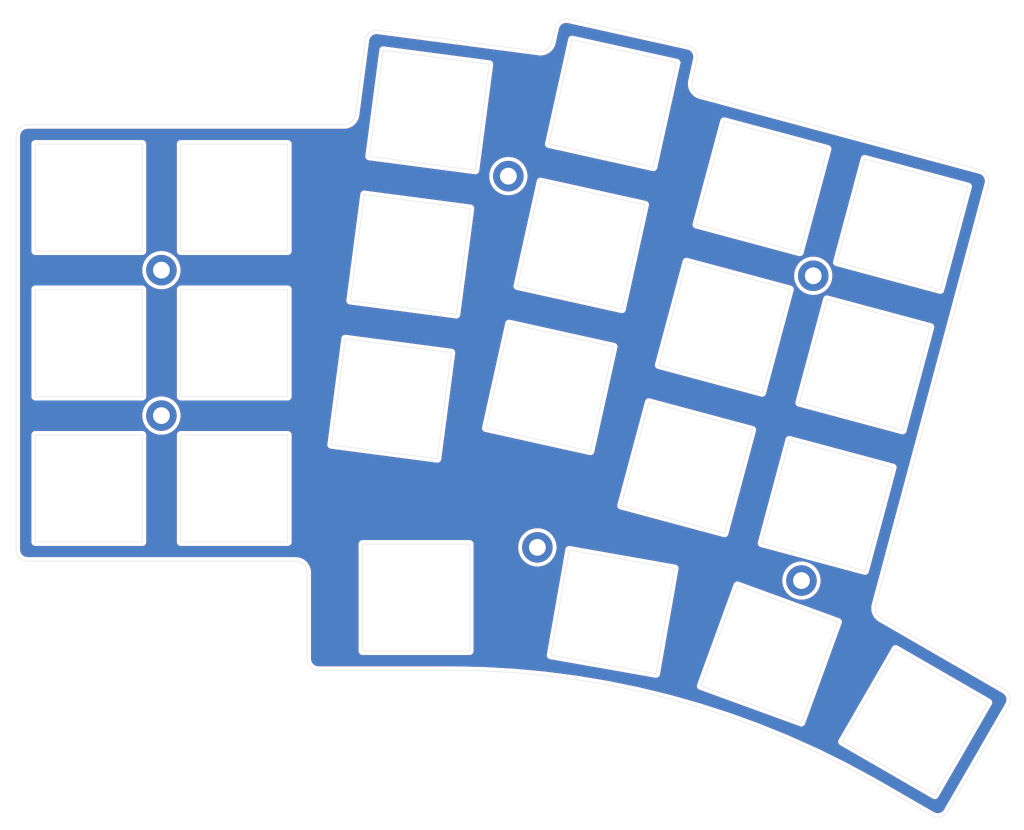
<source format=kicad_pcb>
(kicad_pcb (version 20171130) (host pcbnew "(5.1.2)-1")

  (general
    (thickness 1.6)
    (drawings 228)
    (tracks 0)
    (zones 0)
    (modules 6)
    (nets 1)
  )

  (page A4)
  (layers
    (0 F.Cu signal)
    (31 B.Cu signal)
    (32 B.Adhes user)
    (33 F.Adhes user)
    (34 B.Paste user)
    (35 F.Paste user)
    (36 B.SilkS user)
    (37 F.SilkS user)
    (38 B.Mask user)
    (39 F.Mask user)
    (40 Dwgs.User user)
    (41 Cmts.User user)
    (42 Eco1.User user)
    (43 Eco2.User user)
    (44 Edge.Cuts user)
    (45 Margin user)
    (46 B.CrtYd user)
    (47 F.CrtYd user)
    (48 B.Fab user)
    (49 F.Fab user)
  )

  (setup
    (last_trace_width 0.25)
    (trace_clearance 0.2)
    (zone_clearance 0.508)
    (zone_45_only no)
    (trace_min 0.2)
    (via_size 0.8)
    (via_drill 0.4)
    (via_min_size 0.4)
    (via_min_drill 0.3)
    (uvia_size 0.3)
    (uvia_drill 0.1)
    (uvias_allowed no)
    (uvia_min_size 0.2)
    (uvia_min_drill 0.1)
    (edge_width 0.05)
    (segment_width 0.2)
    (pcb_text_width 0.3)
    (pcb_text_size 1.5 1.5)
    (mod_edge_width 0.12)
    (mod_text_size 1 1)
    (mod_text_width 0.15)
    (pad_size 1.524 1.524)
    (pad_drill 0.762)
    (pad_to_mask_clearance 0.051)
    (solder_mask_min_width 0.25)
    (aux_axis_origin 0 0)
    (grid_origin 205.83164 154.35052)
    (visible_elements 7FFFFF7F)
    (pcbplotparams
      (layerselection 0x010f0_ffffffff)
      (usegerberextensions false)
      (usegerberattributes false)
      (usegerberadvancedattributes false)
      (creategerberjobfile false)
      (excludeedgelayer true)
      (linewidth 0.100000)
      (plotframeref false)
      (viasonmask false)
      (mode 1)
      (useauxorigin false)
      (hpglpennumber 1)
      (hpglpenspeed 20)
      (hpglpendiameter 15.000000)
      (psnegative false)
      (psa4output false)
      (plotreference true)
      (plotvalue true)
      (plotinvisibletext false)
      (padsonsilk false)
      (subtractmaskfromsilk false)
      (outputformat 1)
      (mirror false)
      (drillshape 0)
      (scaleselection 1)
      (outputdirectory "top/"))
  )

  (net 0 "")

  (net_class Default "これはデフォルトのネット クラスです。"
    (clearance 0.2)
    (trace_width 0.25)
    (via_dia 0.8)
    (via_drill 0.4)
    (uvia_dia 0.3)
    (uvia_drill 0.1)
  )

  (net_class GND ""
    (clearance 0.2)
    (trace_width 0.5)
    (via_dia 0.8)
    (via_drill 0.4)
    (uvia_dia 0.3)
    (uvia_drill 0.1)
  )

  (net_class VCC ""
    (clearance 0.2)
    (trace_width 0.5)
    (via_dia 0.8)
    (via_drill 0.4)
    (uvia_dia 0.3)
    (uvia_drill 0.1)
  )

  (module adelie:m2_mounting_hole (layer F.Cu) (tedit 5D0343C3) (tstamp 5CDF1D37)
    (at 188.369645 126.245861)
    (fp_text reference Ref** (at 0 -3.2) (layer F.Fab) hide
      (effects (font (size 1 1) (thickness 0.15)))
    )
    (fp_text value Val** (at 0 3.2) (layer F.Fab) hide
      (effects (font (size 1 1) (thickness 0.15)))
    )
    (fp_text user %R (at 0.3 0) (layer F.Fab) hide
      (effects (font (size 1 1) (thickness 0.15)))
    )
    (pad 1 thru_hole circle (at 0 0) (size 4 4) (drill 2.2) (layers *.Cu *.Mask))
  )

  (module adelie:m2_mounting_hole (layer F.Cu) (tedit 5D0343C3) (tstamp 5CDF1D1A)
    (at 189.91374 86.32952)
    (fp_text reference Ref** (at 0 -3.2) (layer F.Fab) hide
      (effects (font (size 1 1) (thickness 0.15)))
    )
    (fp_text value Val** (at 0 3.2) (layer F.Fab) hide
      (effects (font (size 1 1) (thickness 0.15)))
    )
    (fp_text user %R (at 0.3 0) (layer F.Fab) hide
      (effects (font (size 1 1) (thickness 0.15)))
    )
    (pad 1 thru_hole circle (at 0 0) (size 4 4) (drill 2.2) (layers *.Cu *.Mask))
  )

  (module adelie:m2_mounting_hole (layer F.Cu) (tedit 5D0343C3) (tstamp 5CDF1D71)
    (at 153.781151 121.898017)
    (fp_text reference e (at 0 -3.2) (layer F.Fab) hide
      (effects (font (size 1 1) (thickness 0.15)))
    )
    (fp_text value Val** (at 0 3.2) (layer F.Fab) hide
      (effects (font (size 1 1) (thickness 0.15)))
    )
    (fp_text user %R (at 0.3 0) (layer F.Fab) hide
      (effects (font (size 1 1) (thickness 0.15)))
    )
    (pad 1 thru_hole circle (at 0 0) (size 4 4) (drill 2.2) (layers *.Cu *.Mask))
  )

  (module adelie:m2_mounting_hole (layer F.Cu) (tedit 5D0343C3) (tstamp 5CDF1D54)
    (at 149.98314 73.27974)
    (fp_text reference Ref** (at 0 -3.2) (layer F.Fab) hide
      (effects (font (size 1 1) (thickness 0.15)))
    )
    (fp_text value Val** (at 0 3.2) (layer F.Fab) hide
      (effects (font (size 1 1) (thickness 0.15)))
    )
    (fp_text user %R (at 0.3 0) (layer F.Fab) hide
      (effects (font (size 1 1) (thickness 0.15)))
    )
    (pad 1 thru_hole circle (at 0 0) (size 4 4) (drill 2.2) (layers *.Cu *.Mask))
  )

  (module adelie:m2_mounting_hole (layer F.Cu) (tedit 5D0343C3) (tstamp 5CDF1CE0)
    (at 104.54434 85.59292)
    (fp_text reference Ref** (at 0 -3.2) (layer F.Fab) hide
      (effects (font (size 1 1) (thickness 0.15)))
    )
    (fp_text value Val** (at 0 3.2) (layer F.Fab) hide
      (effects (font (size 1 1) (thickness 0.15)))
    )
    (fp_text user %R (at 0.3 0) (layer F.Fab) hide
      (effects (font (size 1 1) (thickness 0.15)))
    )
    (pad 1 thru_hole circle (at 0 0) (size 4 4) (drill 2.2) (layers *.Cu *.Mask))
  )

  (module adelie:m2_mounting_hole (layer F.Cu) (tedit 5D0343C3) (tstamp 5CDF1CFD)
    (at 104.54434 104.64292)
    (fp_text reference Ref** (at 0 -3.2) (layer F.Fab) hide
      (effects (font (size 1 1) (thickness 0.15)))
    )
    (fp_text value Val** (at 0 3.2) (layer F.Fab) hide
      (effects (font (size 1 1) (thickness 0.15)))
    )
    (fp_text user %R (at 0.3 0) (layer F.Fab) hide
      (effects (font (size 1 1) (thickness 0.15)))
    )
    (pad 1 thru_hole circle (at 0 0) (size 4 4) (drill 2.2) (layers *.Cu *.Mask))
  )

  (gr_line (start 205.83164 154.35052) (end 193.70724 147.35052) (layer Edge.Cuts) (width 0.05) (tstamp 5D03515F))
  (gr_line (start 205.83164 154.35052) (end 212.83164 142.22622) (layer Edge.Cuts) (width 0.05) (tstamp 5D035156))
  (gr_line (start 193.70724 147.35052) (end 200.70724 135.22622) (layer Edge.Cuts) (width 0.05) (tstamp 5D035146))
  (gr_line (start 212.83164 142.22622) (end 200.70724 135.22622) (layer Edge.Cuts) (width 0.05) (tstamp 5D035133))
  (gr_line (start 188.35004 144.83292) (end 193.13834 131.67722) (layer Edge.Cuts) (width 0.05) (tstamp 5D035110))
  (gr_line (start 188.35004 144.83292) (end 175.19434 140.04462) (layer Edge.Cuts) (width 0.05) (tstamp 5D035108))
  (gr_line (start 175.19434 140.04462) (end 179.98264 126.88892) (layer Edge.Cuts) (width 0.05) (tstamp 5D0350F4))
  (gr_line (start 193.13834 131.67722) (end 179.98264 126.88892) (layer Edge.Cuts) (width 0.05) (tstamp 5D0350E7))
  (gr_line (start 155.53324 136.02642) (end 157.96434 122.23912) (layer Edge.Cuts) (width 0.05) (tstamp 5D0350D3))
  (gr_line (start 155.53324 136.02642) (end 169.32064 138.45752) (layer Edge.Cuts) (width 0.05) (tstamp 5D0350CD))
  (gr_line (start 169.32064 138.45752) (end 171.75164 124.67022) (layer Edge.Cuts) (width 0.05) (tstamp 5D0350C2))
  (gr_line (start 171.75164 124.67022) (end 157.96434 122.23912) (layer Edge.Cuts) (width 0.05) (tstamp 5D0350AF))
  (gr_line (start 130.89734 135.47092) (end 130.89734 121.47092) (layer Edge.Cuts) (width 0.05) (tstamp 5D035095))
  (gr_line (start 130.89734 135.47092) (end 144.89734 135.47092) (layer Edge.Cuts) (width 0.05) (tstamp 5D03508B))
  (gr_line (start 144.89734 135.47092) (end 144.89734 121.47092) (layer Edge.Cuts) (width 0.05) (tstamp 5D03507D))
  (gr_line (start 144.89734 121.47092) (end 130.89734 121.47092) (layer Edge.Cuts) (width 0.05) (tstamp 5D03506D))
  (gr_line (start 183.16404 121.35162) (end 196.68704 124.97512) (layer Edge.Cuts) (width 0.05) (tstamp 5D035037))
  (gr_line (start 183.16404 121.35162) (end 186.78754 107.82872) (layer Edge.Cuts) (width 0.05) (tstamp 5D035032))
  (gr_line (start 186.78754 107.82872) (end 200.31054 111.45222) (layer Edge.Cuts) (width 0.05) (tstamp 5D035025))
  (gr_line (start 196.68704 124.97512) (end 200.31054 111.45222) (layer Edge.Cuts) (width 0.05) (tstamp 5D03501A))
  (gr_line (start 201.61754 106.57422) (end 205.24104 93.05132) (layer Edge.Cuts) (width 0.05) (tstamp 5D035008))
  (gr_line (start 201.61754 106.57422) (end 188.09454 102.95082) (layer Edge.Cuts) (width 0.05) (tstamp 5D035003))
  (gr_line (start 205.24104 93.05132) (end 191.71804 89.42782) (layer Edge.Cuts) (width 0.05) (tstamp 5D034FF9))
  (gr_line (start 188.09454 102.95082) (end 191.71804 89.42782) (layer Edge.Cuts) (width 0.05) (tstamp 5D034FE4))
  (gr_line (start 206.54804 88.17332) (end 210.17124 74.65132) (layer Edge.Cuts) (width 0.05) (tstamp 5D034FC9))
  (gr_line (start 206.54804 88.17332) (end 193.02504 84.54992) (layer Edge.Cuts) (width 0.05) (tstamp 5D034FC4))
  (gr_line (start 193.02504 84.54992) (end 196.64824 71.02792) (layer Edge.Cuts) (width 0.05) (tstamp 5D034FB9))
  (gr_line (start 210.17124 74.65132) (end 196.64824 71.02792) (layer Edge.Cuts) (width 0.05) (tstamp 5D034FA7))
  (gr_line (start 178.28614 120.04462) (end 181.90964 106.52172) (layer Edge.Cuts) (width 0.05) (tstamp 5D034F94))
  (gr_line (start 178.28614 120.04462) (end 164.76314 116.42112) (layer Edge.Cuts) (width 0.05) (tstamp 5D034F8F))
  (gr_line (start 164.76314 116.42112) (end 168.38664 102.89822) (layer Edge.Cuts) (width 0.05) (tstamp 5D034F86))
  (gr_line (start 181.90964 106.52172) (end 168.38664 102.89822) (layer Edge.Cuts) (width 0.05) (tstamp 5D034F7C))
  (gr_line (start 183.21664 101.64372) (end 186.84014 88.12082) (layer Edge.Cuts) (width 0.05) (tstamp 5D034F69))
  (gr_line (start 183.21664 101.64372) (end 169.69364 98.02032) (layer Edge.Cuts) (width 0.05) (tstamp 5D034F63))
  (gr_line (start 169.69364 98.02032) (end 173.31714 84.49732) (layer Edge.Cuts) (width 0.05) (tstamp 5D034F5B))
  (gr_line (start 186.84014 88.12082) (end 173.31714 84.49732) (layer Edge.Cuts) (width 0.05) (tstamp 5D034F4F))
  (gr_line (start 191.77034 69.72082) (end 188.14714 83.24282) (layer Edge.Cuts) (width 0.05) (tstamp 5D034F3A))
  (gr_line (start 188.14714 83.24282) (end 174.62414 79.61942) (layer Edge.Cuts) (width 0.05) (tstamp 5D034F32))
  (gr_line (start 174.62414 79.61942) (end 178.24734 66.09742) (layer Edge.Cuts) (width 0.05) (tstamp 5D034F20))
  (gr_line (start 191.77034 69.72082) (end 178.24734 66.09742) (layer Edge.Cuts) (width 0.05) (tstamp 5D034F13))
  (gr_line (start 160.72284 109.29892) (end 163.75294 95.630821) (layer Edge.Cuts) (width 0.05) (tstamp 5D034EFF))
  (gr_line (start 160.72284 109.29892) (end 147.05464 106.26882) (layer Edge.Cuts) (width 0.05) (tstamp 5D034EF8))
  (gr_line (start 147.05464 106.26882) (end 150.08484 92.60062) (layer Edge.Cuts) (width 0.05) (tstamp 5D034EED))
  (gr_line (start 163.75294 95.630821) (end 150.08484 92.60062) (layer Edge.Cuts) (width 0.05) (tstamp 5D034EDE))
  (gr_line (start 151.17784 87.67032) (end 154.20804 74.00222) (layer Edge.Cuts) (width 0.05) (tstamp 5D034EC5))
  (gr_line (start 151.17784 87.67032) (end 164.84604 90.70052) (layer Edge.Cuts) (width 0.05) (tstamp 5D034EBD))
  (gr_line (start 164.84604 90.70052) (end 167.87614 77.03232) (layer Edge.Cuts) (width 0.05) (tstamp 5D034EAC))
  (gr_line (start 167.87614 77.03232) (end 154.20804 74.00222) (layer Edge.Cuts) (width 0.05) (tstamp 5D034E96))
  (gr_line (start 168.96914 72.10202) (end 155.30104 69.07192) (layer Edge.Cuts) (width 0.05) (tstamp 5D034E7A))
  (gr_line (start 168.96914 72.10202) (end 171.99914 58.43492) (layer Edge.Cuts) (width 0.05) (tstamp 5D034E74))
  (gr_line (start 155.30104 69.07192) (end 158.33094 55.40472) (layer Edge.Cuts) (width 0.05) (tstamp 5D034E64))
  (gr_line (start 171.99914 58.43492) (end 158.33094 55.40472) (layer Edge.Cuts) (width 0.05) (tstamp 5D034E5B))
  (gr_line (start 140.67904 110.28592) (end 126.79884 108.45852) (layer Edge.Cuts) (width 0.05) (tstamp 5D034E43))
  (gr_line (start 140.67904 110.28592) (end 142.50634 96.40562) (layer Edge.Cuts) (width 0.05) (tstamp 5D034E3D))
  (gr_line (start 126.79884 108.45852) (end 128.62614 94.57832) (layer Edge.Cuts) (width 0.05) (tstamp 5D034E33))
  (gr_line (start 142.50634 96.40562) (end 128.62614 94.57832) (layer Edge.Cuts) (width 0.05) (tstamp 5D034E27))
  (gr_line (start 143.16554 91.39882) (end 144.99294 77.51862) (layer Edge.Cuts) (width 0.05) (tstamp 5D034E13))
  (gr_line (start 143.16554 91.39882) (end 129.28534 89.57152) (layer Edge.Cuts) (width 0.05) (tstamp 5D034E0D))
  (gr_line (start 129.28534 89.57152) (end 131.11264 75.69122) (layer Edge.Cuts) (width 0.05) (tstamp 5D034E02))
  (gr_line (start 144.99294 77.51862) (end 131.11264 75.69122) (layer Edge.Cuts) (width 0.05) (tstamp 5D034DF4))
  (gr_line (start 145.65204 72.51182) (end 131.77184 70.68442) (layer Edge.Cuts) (width 0.05) (tstamp 5D034DDF))
  (gr_line (start 145.65204 72.51182) (end 147.47944 58.63162) (layer Edge.Cuts) (width 0.05) (tstamp 5D034DD5))
  (gr_line (start 147.47944 58.63162) (end 133.59924 56.80422) (layer Edge.Cuts) (width 0.05) (tstamp 5D034DC6))
  (gr_line (start 131.77184 70.68442) (end 133.59924 56.80422) (layer Edge.Cuts) (width 0.05) (tstamp 5D034DB6))
  (gr_line (start 121.08434 107.18392) (end 107.08434 107.18392) (layer Edge.Cuts) (width 0.05) (tstamp 5D034D31))
  (gr_line (start 121.08434 107.18392) (end 121.08434 121.18392) (layer Edge.Cuts) (width 0.05) (tstamp 5D034D2B))
  (gr_line (start 121.08434 121.18392) (end 107.08434 121.18392) (layer Edge.Cuts) (width 0.05) (tstamp 5D034D22))
  (gr_line (start 107.08434 121.18392) (end 107.08434 107.18392) (layer Edge.Cuts) (width 0.05) (tstamp 5D034D11))
  (gr_line (start 107.08434 88.13292) (end 107.08434 102.13292) (layer Edge.Cuts) (width 0.05) (tstamp 5D0349B2))
  (gr_line (start 107.08434 102.13292) (end 121.08434 102.13292) (layer Edge.Cuts) (width 0.05) (tstamp 5D03499D))
  (gr_line (start 121.08434 102.13292) (end 121.08434 88.13292) (layer Edge.Cuts) (width 0.05) (tstamp 5D034995))
  (gr_line (start 121.08434 88.13292) (end 107.08434 88.13292) (layer Edge.Cuts) (width 0.05) (tstamp 5D03498A))
  (gr_line (start 121.08434 83.08292) (end 107.08434 83.08292) (layer Edge.Cuts) (width 0.05) (tstamp 5D02778F))
  (gr_line (start 121.08434 83.08292) (end 121.08434 69.08292) (layer Edge.Cuts) (width 0.05) (tstamp 5D027788))
  (gr_line (start 121.08434 69.08292) (end 107.08434 69.08292) (layer Edge.Cuts) (width 0.05) (tstamp 5D02777B))
  (gr_line (start 107.08434 69.08292) (end 107.08434 83.08292) (layer Edge.Cuts) (width 0.05) (tstamp 5D027769))
  (gr_line (start 88.03434 83.08292) (end 102.03434 83.08292) (layer Dwgs.User) (width 0.2))
  (gr_line (start 88.03434 69.08292) (end 88.03434 83.08292) (layer Dwgs.User) (width 0.2))
  (gr_line (start 102.03434 83.08292) (end 88.03434 83.08292) (layer Edge.Cuts) (width 0.05) (tstamp 5D02773F))
  (gr_line (start 102.03434 83.08292) (end 102.03434 69.08292) (layer Edge.Cuts) (width 0.05) (tstamp 5D027737))
  (gr_line (start 102.03434 69.08292) (end 88.03434 69.08292) (layer Edge.Cuts) (width 0.05) (tstamp 5D02772D))
  (gr_line (start 88.03434 69.08292) (end 88.03434 83.08292) (layer Edge.Cuts) (width 0.05) (tstamp 5D027724))
  (gr_line (start 88.03434 102.13292) (end 88.03434 88.13292) (layer Edge.Cuts) (width 0.05) (tstamp 5D0276CA))
  (gr_line (start 88.03434 102.13292) (end 102.03434 102.13292) (layer Edge.Cuts) (width 0.05) (tstamp 5D0276C2))
  (gr_line (start 102.03434 102.13292) (end 102.03434 88.13292) (layer Edge.Cuts) (width 0.05) (tstamp 5D0276AF))
  (gr_line (start 102.03434 88.13292) (end 88.03434 88.13292) (layer Edge.Cuts) (width 0.05) (tstamp 5D0276A4))
  (gr_line (start 88.03434 121.18392) (end 88.03434 107.18392) (layer Edge.Cuts) (width 0.05) (tstamp 5D02768A))
  (gr_line (start 88.03434 121.18392) (end 102.03434 121.18392) (layer Edge.Cuts) (width 0.05) (tstamp 5D027681))
  (gr_line (start 102.03434 121.18392) (end 102.03434 107.18392) (layer Edge.Cuts) (width 0.05) (tstamp 5D027675))
  (gr_line (start 102.03434 107.18392) (end 88.03434 107.18392) (layer Edge.Cuts) (width 0.05) (tstamp 5D02765E))
  (gr_line (start 207.516122 156.487395) (end 215.539979 142.58642) (layer Edge.Cuts) (width 0.05) (tstamp 5D021908))
  (gr_line (start 198.776979 131.176477) (end 214.991074 140.537477) (layer Edge.Cuts) (width 0.05) (tstamp 5D0217AD))
  (gr_line (start 212.859979 74.308428) (end 198.078647 129.488471) (layer Edge.Cuts) (width 0.05) (tstamp 5D0217A8))
  (gr_line (start 211.799155 72.471477) (end 175.125189 62.64554) (layer Edge.Cuts) (width 0.05) (tstamp 5D0217A1))
  (gr_arc (start 199.527646 129.87747) (end 198.078647 129.488471) (angle -75.00468011) (layer Edge.Cuts) (width 0.05))
  (gr_arc (start 214.24098 141.836421) (end 215.539979 142.58642) (angle -89.99580691) (layer Edge.Cuts) (width 0.05))
  (gr_line (start 205.46604 157.03554) (end 198.61704 153.080736) (layer Edge.Cuts) (width 0.05) (tstamp 5CFF5BE6))
  (gr_line (start 123.61504 125.20054) (end 123.61504 136.50054) (layer Edge.Cuts) (width 0.05) (tstamp 5CFF596C))
  (gr_line (start 87.00708 123.70054) (end 122.11504 123.70054) (layer Edge.Cuts) (width 0.05) (tstamp 5CFF5966))
  (gr_line (start 85.50704 68.050545) (end 85.50704 122.2005) (layer Edge.Cuts) (width 0.05) (tstamp 5CFF5960))
  (gr_line (start 128.458763 66.550582) (end 87.007045 66.55054) (layer Edge.Cuts) (width 0.05) (tstamp 5CFF5957))
  (gr_line (start 131.23504 55.457517) (end 129.94604 65.24554) (layer Edge.Cuts) (width 0.05) (tstamp 5CFF5950))
  (gr_line (start 154.005671 56.941862) (end 132.918167 54.16554) (layer Edge.Cuts) (width 0.05) (tstamp 5CFF594B))
  (gr_line (start 156.09204 53.857169) (end 155.66604 55.779211) (layer Edge.Cuts) (width 0.05) (tstamp 5CFF5945))
  (gr_line (start 173.549943 56.19054) (end 157.881178 52.71754) (layer Edge.Cuts) (width 0.05) (tstamp 5CFF593E))
  (gr_line (start 174.04904 60.872406) (end 174.69004 57.979338) (layer Edge.Cuts) (width 0.05) (tstamp 5CFF5938))
  (gr_arc (start 206.217039 155.736541) (end 205.46604 157.03554) (angle -90.00640669) (layer Edge.Cuts) (width 0.05))
  (gr_arc (start 122.11504 125.20054) (end 123.61504 125.20054) (angle -90) (layer Edge.Cuts) (width 0.05))
  (gr_arc (start 125.11508 136.50054) (end 123.61504 136.50054) (angle -90) (layer Edge.Cuts) (width 0.05) (tstamp 5CFF53D6))
  (gr_arc (start 87.00708 122.2005) (end 85.50704 122.2005) (angle -90) (layer Edge.Cuts) (width 0.05))
  (gr_arc (start 87.007045 68.050545) (end 87.007045 66.55054) (angle -90) (layer Edge.Cuts) (width 0.05))
  (gr_arc (start 128.458763 65.050582) (end 128.458763 66.550582) (angle -82.53203615) (layer Edge.Cuts) (width 0.05))
  (gr_arc (start 132.722168 55.652539) (end 132.918167 54.16554) (angle -90.03766044) (layer Edge.Cuts) (width 0.05))
  (gr_arc (start 154.20167 55.454863) (end 154.005671 56.941862) (angle -85.01976803) (layer Edge.Cuts) (width 0.05))
  (gr_arc (start 157.556179 54.181539) (end 157.881178 52.71754) (angle -90.02462629) (layer Edge.Cuts) (width 0.05))
  (gr_arc (start 175.514039 61.196405) (end 174.04904 60.872406) (angle -87.45028693) (layer Edge.Cuts) (width 0.05))
  (gr_arc (start 173.225041 57.655339) (end 174.69004 57.979338) (angle -89.96469345) (layer Edge.Cuts) (width 0.05))
  (gr_arc (start 211.41098 73.920429) (end 212.859979 74.308428) (angle -89.99303096) (layer Edge.Cuts) (width 0.05))
  (gr_line (start 142.353041 138.00054) (end 125.118588 138.0001) (layer Edge.Cuts) (width 0.05) (tstamp 5CFF3D56))
  (gr_arc (start 142.353041 250.500735) (end 198.61704 153.080736) (angle -30.00817587) (layer Edge.Cuts) (width 0.05))
  (gr_line (start 186.78754 107.82872) (end 183.16404 121.35162) (layer Dwgs.User) (width 0.2))
  (gr_line (start 179.98264 126.88892) (end 175.19434 140.04462) (layer Dwgs.User) (width 0.2))
  (gr_line (start 163.75294 95.630821) (end 150.08484 92.60062) (layer Dwgs.User) (width 0.2))
  (gr_line (start 200.31054 111.45222) (end 186.78754 107.82872) (layer Dwgs.User) (width 0.2))
  (gr_line (start 196.68704 124.97512) (end 200.31054 111.45222) (layer Dwgs.User) (width 0.2))
  (gr_line (start 188.35004 144.83292) (end 193.13834 131.67722) (layer Dwgs.User) (width 0.2))
  (gr_line (start 191.77034 69.72082) (end 178.24734 66.09742) (layer Dwgs.User) (width 0.2))
  (gr_line (start 193.70724 147.35052) (end 205.83164 154.35052) (layer Dwgs.User) (width 0.2))
  (gr_line (start 200.70724 135.22622) (end 193.70724 147.35052) (layer Dwgs.User) (width 0.2))
  (gr_line (start 163.75294 95.630821) (end 163.75294 95.630821) (layer Dwgs.User) (width 0.2))
  (gr_line (start 168.38664 102.89822) (end 164.76314 116.42112) (layer Dwgs.User) (width 0.2))
  (gr_line (start 201.61754 106.57422) (end 205.24104 93.05132) (layer Dwgs.User) (width 0.2))
  (gr_line (start 188.09454 102.95082) (end 201.61754 106.57422) (layer Dwgs.User) (width 0.2))
  (gr_line (start 167.87614 77.03232) (end 167.87614 77.03232) (layer Dwgs.User) (width 0.2))
  (gr_line (start 150.08484 92.60062) (end 147.05464 106.26882) (layer Dwgs.User) (width 0.2))
  (gr_line (start 212.83164 142.22622) (end 212.83164 142.22622) (layer Dwgs.User) (width 0.2))
  (gr_line (start 212.83164 142.22622) (end 200.70724 135.22622) (layer Dwgs.User) (width 0.2))
  (gr_line (start 175.19434 140.04462) (end 188.35004 144.83292) (layer Dwgs.User) (width 0.2))
  (gr_line (start 178.24734 66.09742) (end 174.62414 79.61942) (layer Dwgs.User) (width 0.2))
  (gr_line (start 147.05464 106.26882) (end 160.72284 109.29892) (layer Dwgs.User) (width 0.2))
  (gr_line (start 205.83164 154.35052) (end 212.83164 142.22622) (layer Dwgs.User) (width 0.2))
  (gr_line (start 200.31054 111.45222) (end 200.31054 111.45222) (layer Dwgs.User) (width 0.2))
  (gr_line (start 188.14714 83.24282) (end 191.77034 69.72082) (layer Dwgs.User) (width 0.2))
  (gr_line (start 181.90964 106.52172) (end 168.38664 102.89822) (layer Dwgs.User) (width 0.2))
  (gr_line (start 169.69364 98.02032) (end 183.21664 101.64372) (layer Dwgs.User) (width 0.2))
  (gr_line (start 193.02504 84.54992) (end 206.54804 88.17332) (layer Dwgs.User) (width 0.2))
  (gr_line (start 167.87614 77.03232) (end 154.20804 74.00222) (layer Dwgs.User) (width 0.2))
  (gr_line (start 164.76314 116.42112) (end 178.28614 120.04462) (layer Dwgs.User) (width 0.2))
  (gr_line (start 191.71804 89.42782) (end 188.09454 102.95082) (layer Dwgs.User) (width 0.2))
  (gr_line (start 206.54804 88.17332) (end 210.17124 74.65132) (layer Dwgs.User) (width 0.2))
  (gr_line (start 210.17124 74.65132) (end 196.64824 71.02792) (layer Dwgs.User) (width 0.2))
  (gr_line (start 205.24104 93.05132) (end 191.71804 89.42782) (layer Dwgs.User) (width 0.2))
  (gr_line (start 186.84014 88.12082) (end 173.31714 84.49732) (layer Dwgs.User) (width 0.2))
  (gr_line (start 151.17784 87.67032) (end 164.84604 90.70052) (layer Dwgs.User) (width 0.2))
  (gr_line (start 186.84014 88.12082) (end 186.84014 88.12082) (layer Dwgs.User) (width 0.2))
  (gr_line (start 173.31714 84.49732) (end 169.69364 98.02032) (layer Dwgs.User) (width 0.2))
  (gr_line (start 191.77034 69.72082) (end 191.77034 69.72082) (layer Dwgs.User) (width 0.2))
  (gr_line (start 158.33094 55.40472) (end 155.30104 69.07192) (layer Dwgs.User) (width 0.2))
  (gr_line (start 196.64824 71.02792) (end 193.02504 84.54992) (layer Dwgs.User) (width 0.2))
  (gr_line (start 154.20804 74.00222) (end 151.17784 87.67032) (layer Dwgs.User) (width 0.2))
  (gr_line (start 210.17124 74.65132) (end 210.17124 74.65132) (layer Dwgs.User) (width 0.2))
  (gr_line (start 155.30104 69.07192) (end 168.96914 72.10202) (layer Dwgs.User) (width 0.2))
  (gr_line (start 164.84604 90.70052) (end 167.87614 77.03232) (layer Dwgs.User) (width 0.2))
  (gr_line (start 178.28614 120.04462) (end 181.90964 106.52172) (layer Dwgs.User) (width 0.2))
  (gr_line (start 183.16404 121.35162) (end 196.68704 124.97512) (layer Dwgs.User) (width 0.2))
  (gr_line (start 183.21664 101.64372) (end 186.84014 88.12082) (layer Dwgs.User) (width 0.2))
  (gr_line (start 160.72284 109.29892) (end 163.75294 95.630821) (layer Dwgs.User) (width 0.2))
  (gr_line (start 174.62414 79.61942) (end 188.14714 83.24282) (layer Dwgs.User) (width 0.2))
  (gr_line (start 171.99914 58.43492) (end 171.99914 58.43492) (layer Dwgs.User) (width 0.2))
  (gr_line (start 193.13834 131.67722) (end 193.13834 131.67722) (layer Dwgs.User) (width 0.2))
  (gr_line (start 181.90964 106.52172) (end 181.90964 106.52172) (layer Dwgs.User) (width 0.2))
  (gr_line (start 193.13834 131.67722) (end 179.98264 126.88892) (layer Dwgs.User) (width 0.2))
  (gr_line (start 205.24104 93.05132) (end 205.24104 93.05132) (layer Dwgs.User) (width 0.2))
  (gr_line (start 168.96914 72.10202) (end 171.99914 58.43492) (layer Dwgs.User) (width 0.2))
  (gr_line (start 102.03434 88.13292) (end 88.03434 88.13292) (layer Dwgs.User) (width 0.2))
  (gr_line (start 107.08434 88.13292) (end 107.08434 102.13292) (layer Dwgs.User) (width 0.2))
  (gr_line (start 155.53324 136.02642) (end 169.32064 138.45752) (layer Dwgs.User) (width 0.2))
  (gr_line (start 157.96434 122.23912) (end 155.53324 136.02642) (layer Dwgs.User) (width 0.2))
  (gr_line (start 171.75164 124.67022) (end 157.96434 122.23912) (layer Dwgs.User) (width 0.2))
  (gr_line (start 142.50634 96.40562) (end 142.50634 96.40562) (layer Dwgs.User) (width 0.2))
  (gr_line (start 102.03434 102.13292) (end 102.03434 88.13292) (layer Dwgs.User) (width 0.2))
  (gr_line (start 128.62614 94.57832) (end 126.79884 108.45852) (layer Dwgs.User) (width 0.2))
  (gr_line (start 142.50634 96.40562) (end 128.62614 94.57832) (layer Dwgs.User) (width 0.2))
  (gr_line (start 121.08434 107.18392) (end 121.08434 107.18392) (layer Dwgs.User) (width 0.2))
  (gr_line (start 102.03434 69.08292) (end 102.03434 69.08292) (layer Dwgs.User) (width 0.2))
  (gr_line (start 144.99294 77.51862) (end 144.99294 77.51862) (layer Dwgs.User) (width 0.2))
  (gr_line (start 107.08434 83.08292) (end 121.08434 83.08292) (layer Dwgs.User) (width 0.2))
  (gr_line (start 102.03434 107.18392) (end 88.03434 107.18392) (layer Dwgs.User) (width 0.2))
  (gr_line (start 102.03434 83.08292) (end 102.03434 69.08292) (layer Dwgs.User) (width 0.2))
  (gr_line (start 88.03434 121.18392) (end 102.03434 121.18392) (layer Dwgs.User) (width 0.2))
  (gr_line (start 107.08434 107.18392) (end 107.08434 121.18392) (layer Dwgs.User) (width 0.2))
  (gr_line (start 121.08434 88.13292) (end 121.08434 88.13292) (layer Dwgs.User) (width 0.2))
  (gr_line (start 121.08434 83.08292) (end 121.08434 69.08292) (layer Dwgs.User) (width 0.2))
  (gr_line (start 143.16554 91.39882) (end 144.99294 77.51862) (layer Dwgs.User) (width 0.2))
  (gr_line (start 131.77184 70.68442) (end 145.65204 72.51182) (layer Dwgs.User) (width 0.2))
  (gr_line (start 133.59924 56.80422) (end 131.77184 70.68442) (layer Dwgs.User) (width 0.2))
  (gr_line (start 121.08434 121.18392) (end 121.08434 107.18392) (layer Dwgs.User) (width 0.2))
  (gr_line (start 121.08434 88.13292) (end 107.08434 88.13292) (layer Dwgs.User) (width 0.2))
  (gr_line (start 107.08434 69.08292) (end 107.08434 83.08292) (layer Dwgs.User) (width 0.2))
  (gr_line (start 121.08434 69.08292) (end 107.08434 69.08292) (layer Dwgs.User) (width 0.2))
  (gr_line (start 145.65204 72.51182) (end 147.47944 58.63162) (layer Dwgs.User) (width 0.2))
  (gr_line (start 144.89734 135.47092) (end 144.89734 121.47092) (layer Dwgs.User) (width 0.2))
  (gr_line (start 147.47944 58.63162) (end 133.59924 56.80422) (layer Dwgs.User) (width 0.2))
  (gr_line (start 107.08434 102.13292) (end 121.08434 102.13292) (layer Dwgs.User) (width 0.2))
  (gr_line (start 102.03434 107.18392) (end 102.03434 107.18392) (layer Dwgs.User) (width 0.2))
  (gr_line (start 144.89734 121.47092) (end 144.89734 121.47092) (layer Dwgs.User) (width 0.2))
  (gr_line (start 107.08434 121.18392) (end 121.08434 121.18392) (layer Dwgs.User) (width 0.2))
  (gr_line (start 121.08434 102.13292) (end 121.08434 88.13292) (layer Dwgs.User) (width 0.2))
  (gr_line (start 102.03434 88.13292) (end 102.03434 88.13292) (layer Dwgs.User) (width 0.2))
  (gr_line (start 129.28534 89.57152) (end 143.16554 91.39882) (layer Dwgs.User) (width 0.2))
  (gr_line (start 131.11264 75.69122) (end 129.28534 89.57152) (layer Dwgs.User) (width 0.2))
  (gr_line (start 144.89734 121.47092) (end 130.89734 121.47092) (layer Dwgs.User) (width 0.2))
  (gr_line (start 147.47944 58.63162) (end 147.47944 58.63162) (layer Dwgs.User) (width 0.2))
  (gr_line (start 121.08434 107.18392) (end 107.08434 107.18392) (layer Dwgs.User) (width 0.2))
  (gr_line (start 88.03434 107.18392) (end 88.03434 121.18392) (layer Dwgs.User) (width 0.2))
  (gr_line (start 102.03434 69.08292) (end 88.03434 69.08292) (layer Dwgs.User) (width 0.2))
  (gr_line (start 88.03434 102.13292) (end 102.03434 102.13292) (layer Dwgs.User) (width 0.2))
  (gr_line (start 102.03434 121.18392) (end 102.03434 107.18392) (layer Dwgs.User) (width 0.2))
  (gr_line (start 88.03434 88.13292) (end 88.03434 102.13292) (layer Dwgs.User) (width 0.2))
  (gr_line (start 171.99914 58.43492) (end 158.33094 55.40472) (layer Dwgs.User) (width 0.2))
  (gr_line (start 171.75164 124.67022) (end 171.75164 124.67022) (layer Dwgs.User) (width 0.2))
  (gr_line (start 169.32064 138.45752) (end 171.75164 124.67022) (layer Dwgs.User) (width 0.2))
  (gr_line (start 144.99294 77.51862) (end 131.11264 75.69122) (layer Dwgs.User) (width 0.2))
  (gr_line (start 140.67904 110.28592) (end 142.50634 96.40562) (layer Dwgs.User) (width 0.2))
  (gr_line (start 126.79884 108.45852) (end 140.67904 110.28592) (layer Dwgs.User) (width 0.2))
  (gr_line (start 130.89734 135.47092) (end 144.89734 135.47092) (layer Dwgs.User) (width 0.2))
  (gr_line (start 130.89734 121.47092) (end 130.89734 135.47092) (layer Dwgs.User) (width 0.2))
  (gr_line (start 121.08434 69.08292) (end 121.08434 69.08292) (layer Dwgs.User) (width 0.2))

  (zone (net 0) (net_name "") (layer B.Cu) (tstamp 5D0360B0) (hatch edge 0.508)
    (connect_pads (clearance 0.508))
    (min_thickness 0.254)
    (fill yes (arc_segments 32) (thermal_gap 0.508) (thermal_bridge_width 0.508))
    (polygon
      (pts
        (xy 206.84764 158.92252) (xy 217.51564 140.12652) (xy 199.73564 130.47452) (xy 214.97564 72.05452) (xy 175.85964 61.38652)
        (xy 175.85964 54.27452) (xy 156.04764 50.21052) (xy 153.50764 54.78252) (xy 130.13964 52.24252) (xy 127.59964 64.43452)
        (xy 83.40364 64.43452) (xy 83.40364 124.88652) (xy 120.99564 125.90252) (xy 122.01164 140.12652) (xy 150.45964 140.63452)
        (xy 173.31964 145.20652) (xy 187.03564 149.77852)
      )
    )
    (filled_polygon
      (pts
        (xy 157.761655 53.367065) (xy 173.37555 56.827903) (xy 173.56165 56.888752) (xy 173.704132 56.968729) (xy 173.828373 57.074864)
        (xy 173.929631 57.203108) (xy 174.004052 57.348578) (xy 174.048798 57.505725) (xy 174.06217 57.66858) (xy 174.040197 57.861251)
        (xy 173.397655 60.761288) (xy 173.394528 60.787245) (xy 173.362649 61.015652) (xy 173.360453 61.069265) (xy 173.356504 61.122775)
        (xy 173.35679 61.131985) (xy 173.367926 61.424601) (xy 173.376024 61.483869) (xy 173.383292 61.543245) (xy 173.385362 61.552225)
        (xy 173.453122 61.837104) (xy 173.472581 61.893684) (xy 173.49124 61.950504) (xy 173.495015 61.958911) (xy 173.616818 62.225203)
        (xy 173.646872 62.276882) (xy 173.676237 62.329041) (xy 173.681573 62.336554) (xy 173.85278 62.574116) (xy 173.892314 62.618991)
        (xy 173.931233 62.664432) (xy 173.937927 62.670766) (xy 174.152015 62.87055) (xy 174.199511 62.90689) (xy 174.24652 62.94391)
        (xy 174.254317 62.948823) (xy 174.503132 63.103218) (xy 174.55677 63.129635) (xy 174.610084 63.156824) (xy 174.618686 63.160129)
        (xy 174.892751 63.263256) (xy 174.892768 63.26326) (xy 174.923068 63.274664) (xy 211.597171 73.100638) (xy 211.780433 73.169512)
        (xy 211.919252 73.255575) (xy 212.03871 73.366961) (xy 212.134258 73.499429) (xy 212.202255 73.64793) (xy 212.240114 73.806815)
        (xy 212.246392 73.970023) (xy 212.216084 74.161439) (xy 197.432736 129.34901) (xy 197.429105 129.371011) (xy 197.391647 129.561494)
        (xy 197.386825 129.611345) (xy 197.379834 129.660946) (xy 197.379509 129.670155) (xy 197.371218 129.962846) (xy 197.375364 130.022476)
        (xy 197.378682 130.082246) (xy 197.380152 130.091343) (xy 197.428869 130.380071) (xy 197.444523 130.437778) (xy 197.459383 130.49575)
        (xy 197.462592 130.504388) (xy 197.566462 130.778154) (xy 197.593049 130.831765) (xy 197.618865 130.885703) (xy 197.62369 130.893554)
        (xy 197.778758 131.141931) (xy 197.815223 131.189321) (xy 197.851051 131.237253) (xy 197.85731 131.244017) (xy 198.057667 131.457543)
        (xy 198.10261 131.496919) (xy 198.147096 131.537007) (xy 198.15455 131.542426) (xy 198.392564 131.712971) (xy 198.392577 131.712979)
        (xy 198.418909 131.731847) (xy 214.633095 141.092901) (xy 214.792229 141.20685) (xy 214.904013 141.325908) (xy 214.990544 141.464413)
        (xy 215.048524 141.617087) (xy 215.075747 141.778123) (xy 215.071173 141.941371) (xy 215.034978 142.100622) (xy 214.956125 142.27769)
        (xy 206.96075 156.129323) (xy 206.846771 156.288366) (xy 206.7276 156.400168) (xy 206.588973 156.4867) (xy 206.436188 156.544654)
        (xy 206.275047 156.57183) (xy 206.111699 156.567189) (xy 205.952367 156.53091) (xy 205.775192 156.451925) (xy 198.918998 152.492968)
        (xy 198.917431 152.492258) (xy 197.906853 151.915738) (xy 197.904675 151.914548) (xy 197.893214 151.908169) (xy 194.26461 149.950281)
        (xy 194.26155 149.948702) (xy 194.258511 149.947031) (xy 194.243116 149.939187) (xy 190.545205 148.115579) (xy 190.542078 148.114108)
        (xy 190.538991 148.112555) (xy 190.523318 148.10528) (xy 188.936709 147.393893) (xy 193.045467 147.393893) (xy 193.066645 147.522165)
        (xy 193.066646 147.522167) (xy 193.112441 147.643844) (xy 193.181095 147.754246) (xy 193.269967 147.849135) (xy 193.323469 147.887473)
        (xy 193.375643 147.924861) (xy 193.405322 147.938308) (xy 205.473568 154.905889) (xy 205.500043 154.924861) (xy 205.618463 154.978517)
        (xy 205.745075 155.008038) (xy 205.875013 155.012293) (xy 206.003285 154.991115) (xy 206.124961 154.94532) (xy 206.235364 154.876666)
        (xy 206.235366 154.876665) (xy 206.330255 154.787792) (xy 206.405982 154.682115) (xy 206.419426 154.652444) (xy 213.387009 142.584291)
        (xy 213.405982 142.557815) (xy 213.426153 142.513297) (xy 213.459637 142.439398) (xy 213.489158 142.312785) (xy 213.493413 142.182847)
        (xy 213.472235 142.054575) (xy 213.472234 142.054573) (xy 213.472234 142.054571) (xy 213.449167 141.993283) (xy 213.42644 141.932898)
        (xy 213.357787 141.822495) (xy 213.268915 141.727606) (xy 213.239058 141.706211) (xy 213.189714 141.670851) (xy 213.189707 141.670847)
        (xy 213.163237 141.651879) (xy 213.133574 141.638439) (xy 201.065319 134.670856) (xy 201.038837 134.651879) (xy 200.920417 134.598223)
        (xy 200.920415 134.598222) (xy 200.793802 134.568701) (xy 200.733232 134.566718) (xy 200.663866 134.564447) (xy 200.535594 134.585625)
        (xy 200.413918 134.63142) (xy 200.413917 134.631421) (xy 200.413916 134.631421) (xy 200.397328 134.641736) (xy 200.303515 134.700073)
        (xy 200.208626 134.788945) (xy 200.151873 134.868144) (xy 200.15187 134.86815) (xy 200.132898 134.894625) (xy 200.119456 134.924291)
        (xy 193.151874 146.992443) (xy 193.132898 147.018925) (xy 193.079242 147.137345) (xy 193.049721 147.263958) (xy 193.048744 147.29381)
        (xy 193.045467 147.393893) (xy 188.936709 147.393893) (xy 186.761067 146.418402) (xy 186.757905 146.417053) (xy 186.754746 146.415607)
        (xy 186.73891 146.408951) (xy 186.738817 146.408911) (xy 186.738789 146.4089) (xy 182.917279 144.86103) (xy 182.914085 144.859804)
        (xy 182.91086 144.858468) (xy 182.894697 144.852361) (xy 179.019006 143.445554) (xy 179.015748 143.444439) (xy 179.012498 143.44323)
        (xy 178.996122 143.437719) (xy 175.071482 142.173876) (xy 175.068177 142.172878) (xy 175.064893 142.171792) (xy 175.0485 142.166936)
        (xy 175.048326 142.166884) (xy 175.048275 142.166871) (xy 171.08001 141.047704) (xy 171.076696 141.046835) (xy 171.073349 141.045862)
        (xy 171.056743 141.041599) (xy 171.056612 141.041565) (xy 171.056573 141.041556) (xy 167.070529 140.073547) (xy 174.531779 140.073547)
        (xy 174.550153 140.20225) (xy 174.593284 140.324896) (xy 174.659512 140.436772) (xy 174.746293 140.533576) (xy 174.850293 140.611591)
        (xy 174.967514 140.667817) (xy 174.999078 140.675906) (xy 188.09384 145.442028) (xy 188.123214 145.456117) (xy 188.201788 145.476255)
        (xy 188.249152 145.488394) (xy 188.378967 145.495481) (xy 188.50767 145.477107) (xy 188.630316 145.433976) (xy 188.742192 145.367748)
        (xy 188.838996 145.280967) (xy 188.917011 145.176967) (xy 188.953759 145.100352) (xy 188.973237 145.059745) (xy 188.981326 145.028184)
        (xy 193.74745 131.933414) (xy 193.761537 131.904045) (xy 193.793814 131.778107) (xy 193.795962 131.738754) (xy 193.800901 131.648293)
        (xy 193.785787 131.542426) (xy 193.782527 131.519589) (xy 193.739396 131.396943) (xy 193.673168 131.285067) (xy 193.586386 131.188263)
        (xy 193.482387 131.110248) (xy 193.394537 131.068111) (xy 193.394531 131.068109) (xy 193.365165 131.054023) (xy 193.333613 131.045937)
        (xy 180.238837 126.279812) (xy 180.209465 126.265723) (xy 180.083527 126.233446) (xy 179.953713 126.226359) (xy 179.953712 126.226359)
        (xy 179.825009 126.244733) (xy 179.702363 126.287864) (xy 179.590487 126.354092) (xy 179.493683 126.440874) (xy 179.415668 126.544873)
        (xy 179.373531 126.632723) (xy 179.359443 126.662094) (xy 179.351356 126.693648) (xy 174.585234 139.788417) (xy 174.571143 139.817794)
        (xy 174.550096 139.899915) (xy 174.538866 139.943733) (xy 174.531779 140.073547) (xy 167.070529 140.073547) (xy 167.049952 140.06855)
        (xy 167.04655 140.067789) (xy 167.043227 140.066955) (xy 167.026527 140.063314) (xy 167.026345 140.063273) (xy 167.026292 140.063263)
        (xy 162.98672 139.237731) (xy 162.983346 139.237106) (xy 162.979942 139.236382) (xy 162.963085 139.23335) (xy 162.962936 139.233322)
        (xy 162.962892 139.233315) (xy 158.895773 138.556362) (xy 158.892357 138.555858) (xy 158.88895 138.555263) (xy 158.871844 138.552828)
        (xy 154.782606 138.025357) (xy 154.779162 138.024977) (xy 154.775747 138.024509) (xy 154.758751 138.022723) (xy 154.758563 138.022702)
        (xy 154.758509 138.022698) (xy 150.652743 137.645431) (xy 150.649323 137.64518) (xy 150.645858 137.644834) (xy 150.628619 137.643659)
        (xy 146.511732 137.417093) (xy 146.508293 137.416967) (xy 146.504829 137.416749) (xy 146.487559 137.416207) (xy 142.391497 137.341134)
        (xy 142.385476 137.340541) (xy 125.142478 137.340101) (xy 124.952531 137.321477) (xy 124.796171 137.274269) (xy 124.65196 137.19759)
        (xy 124.525388 137.094361) (xy 124.421277 136.968512) (xy 124.343596 136.824844) (xy 124.295299 136.668821) (xy 124.27504 136.476067)
        (xy 124.27504 125.168121) (xy 124.272222 125.139512) (xy 124.272287 125.130252) (xy 124.271388 125.121081) (xy 124.240788 124.829935)
        (xy 124.22875 124.771293) (xy 124.21755 124.712577) (xy 124.214887 124.703756) (xy 124.128319 124.4241) (xy 124.105141 124.368962)
        (xy 124.082729 124.31349) (xy 124.078402 124.305354) (xy 123.939163 124.047838) (xy 123.905741 123.998289) (xy 123.87296 123.948193)
        (xy 123.867135 123.941052) (xy 123.68053 123.715485) (xy 123.638094 123.673344) (xy 123.596231 123.630595) (xy 123.589131 123.624721)
        (xy 123.362267 123.439695) (xy 123.312448 123.406595) (xy 123.263085 123.372796) (xy 123.254979 123.368413) (xy 122.996498 123.230976)
        (xy 122.941204 123.208185) (xy 122.886211 123.184615) (xy 122.877408 123.18189) (xy 122.597154 123.097276) (xy 122.538469 123.085656)
        (xy 122.479961 123.07322) (xy 122.470798 123.072257) (xy 122.470796 123.072257) (xy 122.179444 123.04369) (xy 122.179442 123.04369)
        (xy 122.147459 123.04054) (xy 87.039359 123.04054) (xy 86.844531 123.021437) (xy 86.688171 122.974229) (xy 86.54396 122.89755)
        (xy 86.417388 122.794321) (xy 86.313277 122.668472) (xy 86.235596 122.524804) (xy 86.187299 122.368781) (xy 86.16704 122.176027)
        (xy 86.16704 107.18392) (xy 87.371147 107.18392) (xy 87.374341 107.216349) (xy 87.37434 121.151501) (xy 87.371147 121.18392)
        (xy 87.38389 121.313303) (xy 87.42163 121.437713) (xy 87.482915 121.55237) (xy 87.553594 121.638492) (xy 87.565392 121.652868)
        (xy 87.66589 121.735345) (xy 87.780547 121.79663) (xy 87.904957 121.83437) (xy 88.03434 121.847113) (xy 88.066759 121.84392)
        (xy 102.001921 121.84392) (xy 102.03434 121.847113) (xy 102.066759 121.84392) (xy 102.163723 121.83437) (xy 102.288133 121.79663)
        (xy 102.40279 121.735345) (xy 102.503288 121.652868) (xy 102.585765 121.55237) (xy 102.64705 121.437713) (xy 102.68479 121.313303)
        (xy 102.697533 121.18392) (xy 102.69434 121.151501) (xy 102.69434 107.216339) (xy 102.697533 107.18392) (xy 102.68479 107.054537)
        (xy 102.64705 106.930127) (xy 102.585765 106.81547) (xy 102.503288 106.714972) (xy 102.40279 106.632495) (xy 102.288133 106.57121)
        (xy 102.163723 106.53347) (xy 102.03434 106.520727) (xy 102.001921 106.52392) (xy 88.066759 106.52392) (xy 88.03434 106.520727)
        (xy 88.001921 106.52392) (xy 87.904957 106.53347) (xy 87.780547 106.57121) (xy 87.66589 106.632495) (xy 87.565392 106.714972)
        (xy 87.482915 106.81547) (xy 87.42163 106.930127) (xy 87.38389 107.054537) (xy 87.371147 107.18392) (xy 86.16704 107.18392)
        (xy 86.16704 104.383395) (xy 101.90934 104.383395) (xy 101.90934 104.902445) (xy 102.010601 105.411521) (xy 102.209233 105.891061)
        (xy 102.497602 106.322635) (xy 102.864625 106.689658) (xy 103.296199 106.978027) (xy 103.775739 107.176659) (xy 104.284815 107.27792)
        (xy 104.803865 107.27792) (xy 105.276437 107.18392) (xy 106.421147 107.18392) (xy 106.424341 107.216349) (xy 106.42434 121.151501)
        (xy 106.421147 121.18392) (xy 106.43389 121.313303) (xy 106.47163 121.437713) (xy 106.532915 121.55237) (xy 106.603594 121.638492)
        (xy 106.615392 121.652868) (xy 106.71589 121.735345) (xy 106.830547 121.79663) (xy 106.954957 121.83437) (xy 107.08434 121.847113)
        (xy 107.116759 121.84392) (xy 121.051921 121.84392) (xy 121.08434 121.847113) (xy 121.116759 121.84392) (xy 121.213723 121.83437)
        (xy 121.338133 121.79663) (xy 121.45279 121.735345) (xy 121.553288 121.652868) (xy 121.635765 121.55237) (xy 121.6793 121.47092)
        (xy 130.234147 121.47092) (xy 130.237341 121.503349) (xy 130.23734 135.438501) (xy 130.234147 135.47092) (xy 130.24689 135.600303)
        (xy 130.28463 135.724713) (xy 130.345915 135.83937) (xy 130.418871 135.928267) (xy 130.428392 135.939868) (xy 130.52889 136.022345)
        (xy 130.643547 136.08363) (xy 130.767957 136.12137) (xy 130.89734 136.134113) (xy 130.929759 136.13092) (xy 144.864921 136.13092)
        (xy 144.89734 136.134113) (xy 144.929759 136.13092) (xy 145.026723 136.12137) (xy 145.151133 136.08363) (xy 145.2311 136.040887)
        (xy 154.870205 136.040887) (xy 154.885768 136.16996) (xy 154.926212 136.293518) (xy 154.938779 136.315843) (xy 154.989984 136.40681)
        (xy 155.074633 136.505486) (xy 155.176906 136.58575) (xy 155.292872 136.64452) (xy 155.418077 136.679537) (xy 155.450561 136.682022)
        (xy 169.174108 139.101864) (xy 169.205482 139.110638) (xy 169.289543 139.117069) (xy 169.335106 139.120555) (xy 169.335111 139.120555)
        (xy 169.404553 139.112182) (xy 169.46418 139.104992) (xy 169.464183 139.104991) (xy 169.464184 139.104991) (xy 169.50618 139.091244)
        (xy 169.587737 139.064548) (xy 169.587741 139.064546) (xy 169.701034 139.000773) (xy 169.780065 138.932975) (xy 169.799706 138.916126)
        (xy 169.799709 138.916123) (xy 169.879972 138.81385) (xy 169.938742 138.697883) (xy 169.964984 138.60405) (xy 169.973757 138.572682)
        (xy 169.976242 138.540202) (xy 172.189761 125.986336) (xy 185.734645 125.986336) (xy 185.734645 126.505386) (xy 185.835906 127.014462)
        (xy 186.034538 127.494002) (xy 186.322907 127.925576) (xy 186.68993 128.292599) (xy 187.121504 128.580968) (xy 187.601044 128.7796)
        (xy 188.11012 128.880861) (xy 188.62917 128.880861) (xy 189.138246 128.7796) (xy 189.617786 128.580968) (xy 190.04936 128.292599)
        (xy 190.416383 127.925576) (xy 190.704752 127.494002) (xy 190.903384 127.014462) (xy 191.004645 126.505386) (xy 191.004645 125.986336)
        (xy 190.903384 125.47726) (xy 190.704752 124.99772) (xy 190.416383 124.566146) (xy 190.04936 124.199123) (xy 189.617786 123.910754)
        (xy 189.138246 123.712122) (xy 188.62917 123.610861) (xy 188.11012 123.610861) (xy 187.601044 123.712122) (xy 187.121504 123.910754)
        (xy 186.68993 124.199123) (xy 186.322907 124.566146) (xy 186.034538 124.99772) (xy 185.835906 125.47726) (xy 185.734645 125.986336)
        (xy 172.189761 125.986336) (xy 172.395985 124.816749) (xy 172.404757 124.785383) (xy 172.407242 124.752904) (xy 172.407243 124.752898)
        (xy 172.41289 124.679084) (xy 172.414675 124.655753) (xy 172.413201 124.643524) (xy 172.406145 124.58501) (xy 172.399112 124.526679)
        (xy 172.398134 124.523689) (xy 172.389686 124.497881) (xy 172.358668 124.403122) (xy 172.294896 124.289829) (xy 172.210247 124.191153)
        (xy 172.107974 124.110889) (xy 171.992007 124.052119) (xy 171.898175 124.025876) (xy 171.898164 124.025874) (xy 171.866798 124.017102)
        (xy 171.834328 124.014618) (xy 158.110876 121.594777) (xy 158.079503 121.586003) (xy 157.987038 121.578928) (xy 157.949874 121.576085)
        (xy 157.949873 121.576085) (xy 157.820799 121.591648) (xy 157.697242 121.632092) (xy 157.583949 121.695864) (xy 157.485273 121.780513)
        (xy 157.405009 121.882786) (xy 157.346239 121.998753) (xy 157.319996 122.092585) (xy 157.319994 122.092595) (xy 157.311223 122.123957)
        (xy 157.308739 122.156428) (xy 154.888897 135.879887) (xy 154.880123 135.911258) (xy 154.870205 136.040887) (xy 145.2311 136.040887)
        (xy 145.26579 136.022345) (xy 145.366288 135.939868) (xy 145.448765 135.83937) (xy 145.51005 135.724713) (xy 145.54779 135.600303)
        (xy 145.560533 135.47092) (xy 145.55734 135.438501) (xy 145.55734 121.638492) (xy 151.146151 121.638492) (xy 151.146151 122.157542)
        (xy 151.247412 122.666618) (xy 151.446044 123.146158) (xy 151.734413 123.577732) (xy 152.101436 123.944755) (xy 152.53301 124.233124)
        (xy 153.01255 124.431756) (xy 153.521626 124.533017) (xy 154.040676 124.533017) (xy 154.549752 124.431756) (xy 155.029292 124.233124)
        (xy 155.460866 123.944755) (xy 155.827889 123.577732) (xy 156.116258 123.146158) (xy 156.31489 122.666618) (xy 156.416151 122.157542)
        (xy 156.416151 121.638492) (xy 156.350461 121.308244) (xy 182.502267 121.308244) (xy 182.502267 121.308245) (xy 182.506521 121.438183)
        (xy 182.514154 121.47092) (xy 182.536042 121.564793) (xy 182.536043 121.564795) (xy 182.589698 121.683215) (xy 182.619435 121.724713)
        (xy 182.665424 121.788892) (xy 182.712862 121.833322) (xy 182.760313 121.877765) (xy 182.870716 121.946419) (xy 182.961905 121.98074)
        (xy 182.961907 121.980741) (xy 182.992391 121.992214) (xy 183.02453 121.99752) (xy 196.484907 125.604241) (xy 196.515391 125.615714)
        (xy 196.54753 125.62102) (xy 196.547532 125.621021) (xy 196.643664 125.636893) (xy 196.773603 125.632639) (xy 196.84619 125.615714)
        (xy 196.900213 125.603118) (xy 196.973487 125.569918) (xy 197.018635 125.549462) (xy 197.124313 125.473735) (xy 197.213185 125.378847)
        (xy 197.281839 125.268444) (xy 197.327635 125.146768) (xy 197.332943 125.114621) (xy 200.93966 111.654357) (xy 200.951135 111.623868)
        (xy 200.972313 111.495595) (xy 200.968059 111.365656) (xy 200.938538 111.239044) (xy 200.884882 111.120624) (xy 200.809155 111.014947)
        (xy 200.714267 110.926074) (xy 200.603864 110.85742) (xy 200.512676 110.823099) (xy 200.512661 110.823095) (xy 200.482189 110.811626)
        (xy 200.450065 110.806322) (xy 186.989675 107.1996) (xy 186.959189 107.188126) (xy 186.92705 107.18282) (xy 186.927047 107.182819)
        (xy 186.830915 107.166947) (xy 186.700977 107.171201) (xy 186.677569 107.176659) (xy 186.574366 107.200722) (xy 186.455945 107.254378)
        (xy 186.350267 107.330104) (xy 186.261395 107.424993) (xy 186.192741 107.535395) (xy 186.15842 107.626584) (xy 186.158418 107.626593)
        (xy 186.146946 107.657073) (xy 186.141641 107.689203) (xy 182.534919 121.14949) (xy 182.523446 121.179973) (xy 182.51814 121.212107)
        (xy 182.518139 121.212112) (xy 182.502267 121.308244) (xy 156.350461 121.308244) (xy 156.31489 121.129416) (xy 156.116258 120.649876)
        (xy 155.827889 120.218302) (xy 155.460866 119.851279) (xy 155.029292 119.56291) (xy 154.549752 119.364278) (xy 154.040676 119.263017)
        (xy 153.521626 119.263017) (xy 153.01255 119.364278) (xy 152.53301 119.56291) (xy 152.101436 119.851279) (xy 151.734413 120.218302)
        (xy 151.446044 120.649876) (xy 151.247412 121.129416) (xy 151.146151 121.638492) (xy 145.55734 121.638492) (xy 145.55734 121.503339)
        (xy 145.560533 121.47092) (xy 145.54779 121.341537) (xy 145.51005 121.217127) (xy 145.448765 121.10247) (xy 145.366288 121.001972)
        (xy 145.26579 120.919495) (xy 145.151133 120.85821) (xy 145.026723 120.82047) (xy 144.929759 120.81092) (xy 144.89734 120.807727)
        (xy 144.864921 120.81092) (xy 130.929759 120.81092) (xy 130.89734 120.807727) (xy 130.864921 120.81092) (xy 130.767957 120.82047)
        (xy 130.643547 120.85821) (xy 130.52889 120.919495) (xy 130.428392 121.001972) (xy 130.345915 121.10247) (xy 130.28463 121.217127)
        (xy 130.24689 121.341537) (xy 130.234147 121.47092) (xy 121.6793 121.47092) (xy 121.69705 121.437713) (xy 121.73479 121.313303)
        (xy 121.747533 121.18392) (xy 121.74434 121.151501) (xy 121.74434 116.377744) (xy 164.101367 116.377744) (xy 164.105621 116.507681)
        (xy 164.135142 116.634293) (xy 164.135143 116.634295) (xy 164.188798 116.752715) (xy 164.22041 116.796829) (xy 164.264524 116.858392)
        (xy 164.330021 116.919736) (xy 164.359413 116.947265) (xy 164.469816 117.015919) (xy 164.561005 117.05024) (xy 164.561007 117.050241)
        (xy 164.591491 117.061714) (xy 164.62363 117.06702) (xy 178.084007 120.673741) (xy 178.114491 120.685214) (xy 178.14663 120.69052)
        (xy 178.146632 120.690521) (xy 178.242764 120.706393) (xy 178.372703 120.702139) (xy 178.44529 120.685214) (xy 178.499313 120.672618)
        (xy 178.572587 120.639418) (xy 178.617735 120.618962) (xy 178.723413 120.543235) (xy 178.812285 120.448347) (xy 178.880939 120.337944)
        (xy 178.926735 120.216268) (xy 178.932043 120.184121) (xy 182.53876 106.723857) (xy 182.550235 106.693368) (xy 182.562746 106.61759)
        (xy 182.571413 106.565097) (xy 182.569583 106.509188) (xy 182.567159 106.435156) (xy 182.537638 106.308544) (xy 182.483982 106.190124)
        (xy 182.408255 106.084447) (xy 182.313367 105.995574) (xy 182.202964 105.92692) (xy 182.111776 105.892599) (xy 182.111761 105.892595)
        (xy 182.081289 105.881126) (xy 182.049165 105.875822) (xy 170.971097 102.907445) (xy 187.432767 102.907445) (xy 187.437021 103.037383)
        (xy 187.437022 103.037387) (xy 187.466544 103.163999) (xy 187.488338 103.212099) (xy 187.520198 103.282415) (xy 187.571887 103.354547)
        (xy 187.595928 103.388096) (xy 187.634653 103.424365) (xy 187.690813 103.476965) (xy 187.690815 103.476966) (xy 187.690817 103.476968)
        (xy 187.74741 103.51216) (xy 187.801216 103.545619) (xy 187.80122 103.545621) (xy 187.889423 103.578817) (xy 187.922893 103.591414)
        (xy 187.955032 103.596721) (xy 201.415408 107.203341) (xy 201.445891 107.214814) (xy 201.478033 107.220121) (xy 201.478037 107.220122)
        (xy 201.510082 107.225412) (xy 201.574164 107.235993) (xy 201.574169 107.235993) (xy 201.596159 107.235273) (xy 201.704101 107.231739)
        (xy 201.704105 107.231738) (xy 201.704107 107.231738) (xy 201.77669 107.214814) (xy 201.830713 107.202218) (xy 201.830719 107.202216)
        (xy 201.899169 107.171201) (xy 201.949134 107.148562) (xy 201.949137 107.14856) (xy 201.949139 107.148559) (xy 201.985022 107.122846)
        (xy 202.054812 107.072836) (xy 202.143684 106.977948) (xy 202.143685 106.977946) (xy 202.143688 106.977943) (xy 202.212341 106.86754)
        (xy 202.258136 106.745863) (xy 202.263442 106.713722) (xy 205.87016 93.253457) (xy 205.881635 93.222968) (xy 205.902813 93.094695)
        (xy 205.898559 92.964756) (xy 205.869038 92.838144) (xy 205.815382 92.719724) (xy 205.739655 92.614047) (xy 205.644767 92.525174)
        (xy 205.534364 92.45652) (xy 205.443176 92.422199) (xy 205.443161 92.422195) (xy 205.412689 92.410726) (xy 205.380565 92.405422)
        (xy 191.920181 88.798702) (xy 191.889688 88.787225) (xy 191.761415 88.766047) (xy 191.631476 88.770301) (xy 191.504864 88.799822)
        (xy 191.386444 88.853478) (xy 191.280767 88.929205) (xy 191.191894 89.024093) (xy 191.12324 89.134496) (xy 191.088919 89.225684)
        (xy 191.088914 89.225702) (xy 191.077446 89.256173) (xy 191.072142 89.288295) (xy 187.46542 102.748684) (xy 187.453944 102.779177)
        (xy 187.443161 102.844492) (xy 187.432767 102.907445) (xy 170.971097 102.907445) (xy 168.588775 102.2691) (xy 168.558289 102.257626)
        (xy 168.52615 102.25232) (xy 168.526147 102.252319) (xy 168.430015 102.236447) (xy 168.300077 102.240701) (xy 168.270556 102.247584)
        (xy 168.173466 102.270222) (xy 168.055045 102.323878) (xy 167.949367 102.399604) (xy 167.860495 102.494493) (xy 167.791841 102.604895)
        (xy 167.75752 102.696084) (xy 167.757518 102.696093) (xy 167.746046 102.726573) (xy 167.740741 102.758703) (xy 164.134019 116.21899)
        (xy 164.122546 116.249473) (xy 164.11724 116.281607) (xy 164.117239 116.281612) (xy 164.101367 116.377744) (xy 121.74434 116.377744)
        (xy 121.74434 108.501893) (xy 126.137067 108.501893) (xy 126.149436 108.576806) (xy 126.158246 108.630169) (xy 126.204042 108.751845)
        (xy 126.227839 108.790113) (xy 126.272693 108.862244) (xy 126.272695 108.862246) (xy 126.272696 108.862248) (xy 126.361569 108.957137)
        (xy 126.467247 109.032863) (xy 126.585666 109.086518) (xy 126.712279 109.116039) (xy 126.744836 109.117105) (xy 140.560759 110.936043)
        (xy 140.59248 110.943439) (xy 140.625028 110.944504) (xy 140.625033 110.944505) (xy 140.722414 110.947693) (xy 140.850685 110.926515)
        (xy 140.972361 110.88072) (xy 140.972365 110.880718) (xy 140.992886 110.867957) (xy 141.082765 110.812067) (xy 141.177654 110.723194)
        (xy 141.253381 110.617518) (xy 141.307037 110.499098) (xy 141.336559 110.372485) (xy 141.337625 110.339918) (xy 141.875477 106.254352)
        (xy 146.391605 106.254352) (xy 146.401523 106.38398) (xy 146.401524 106.383983) (xy 146.401524 106.383985) (xy 146.43654 106.509188)
        (xy 146.495311 106.625155) (xy 146.575576 106.727429) (xy 146.632612 106.776357) (xy 146.674247 106.812074) (xy 146.674248 106.812075)
        (xy 146.674251 106.812077) (xy 146.759038 106.859803) (xy 146.772792 106.867545) (xy 146.787544 106.875849) (xy 146.851489 106.89678)
        (xy 146.911098 106.916292) (xy 146.943443 106.920192) (xy 160.54834 109.936258) (xy 160.579301 109.946393) (xy 160.708376 109.961955)
        (xy 160.838005 109.952036) (xy 160.963209 109.91702) (xy 161.079175 109.858249) (xy 161.181449 109.777984) (xy 161.266097 109.679309)
        (xy 161.329869 109.566016) (xy 161.370313 109.442458) (xy 161.374212 109.410118) (xy 163.908848 97.976945) (xy 169.031867 97.976945)
        (xy 169.036121 98.106883) (xy 169.036122 98.106887) (xy 169.065644 98.233499) (xy 169.087438 98.281599) (xy 169.119298 98.351915)
        (xy 169.119301 98.351919) (xy 169.195028 98.457596) (xy 169.253343 98.512214) (xy 169.289913 98.546465) (xy 169.289915 98.546466)
        (xy 169.289917 98.546468) (xy 169.34651 98.58166) (xy 169.400316 98.615119) (xy 169.40032 98.615121) (xy 169.488523 98.648317)
        (xy 169.521993 98.660914) (xy 169.554132 98.666221) (xy 183.014508 102.272841) (xy 183.044991 102.284314) (xy 183.077133 102.289621)
        (xy 183.077137 102.289622) (xy 183.109182 102.294912) (xy 183.173264 102.305493) (xy 183.173269 102.305493) (xy 183.195259 102.304773)
        (xy 183.303201 102.301239) (xy 183.303205 102.301238) (xy 183.303207 102.301238) (xy 183.37579 102.284314) (xy 183.429813 102.271718)
        (xy 183.429819 102.271716) (xy 183.498269 102.240701) (xy 183.548234 102.218062) (xy 183.548237 102.21806) (xy 183.548239 102.218059)
        (xy 183.584122 102.192346) (xy 183.653912 102.142336) (xy 183.742784 102.047448) (xy 183.742785 102.047446) (xy 183.742788 102.047443)
        (xy 183.811441 101.93704) (xy 183.857236 101.815363) (xy 183.862542 101.783222) (xy 187.46926 88.322957) (xy 187.480735 88.292468)
        (xy 187.493246 88.21669) (xy 187.501913 88.164197) (xy 187.497659 88.034259) (xy 187.497659 88.034256) (xy 187.468138 87.907644)
        (xy 187.414482 87.789224) (xy 187.338755 87.683547) (xy 187.243867 87.594674) (xy 187.133464 87.52602) (xy 187.042276 87.491699)
        (xy 187.042261 87.491695) (xy 187.011789 87.480226) (xy 186.979665 87.474922) (xy 181.736437 86.069995) (xy 187.27874 86.069995)
        (xy 187.27874 86.589045) (xy 187.380001 87.098121) (xy 187.578633 87.577661) (xy 187.867002 88.009235) (xy 188.234025 88.376258)
        (xy 188.665599 88.664627) (xy 189.145139 88.863259) (xy 189.654215 88.96452) (xy 190.173265 88.96452) (xy 190.682341 88.863259)
        (xy 191.161881 88.664627) (xy 191.593455 88.376258) (xy 191.960478 88.009235) (xy 192.248847 87.577661) (xy 192.447479 87.098121)
        (xy 192.54874 86.589045) (xy 192.54874 86.069995) (xy 192.447479 85.560919) (xy 192.248847 85.081379) (xy 191.960478 84.649805)
        (xy 191.817219 84.506546) (xy 192.363267 84.506546) (xy 192.363267 84.50655) (xy 192.367522 84.636487) (xy 192.384778 84.710495)
        (xy 192.397043 84.763096) (xy 192.450699 84.881516) (xy 192.526426 84.987194) (xy 192.526428 84.987196) (xy 192.621317 85.076068)
        (xy 192.73172 85.144721) (xy 192.81259 85.175157) (xy 192.853394 85.190515) (xy 192.885538 85.195822) (xy 206.34591 88.802441)
        (xy 206.376394 88.813915) (xy 206.408536 88.819222) (xy 206.408537 88.819222) (xy 206.426948 88.822262) (xy 206.504666 88.835093)
        (xy 206.504669 88.835093) (xy 206.634607 88.830838) (xy 206.72317 88.810188) (xy 206.761216 88.801317) (xy 206.761217 88.801316)
        (xy 206.761219 88.801316) (xy 206.829669 88.770301) (xy 206.879636 88.747661) (xy 206.985314 88.671934) (xy 207.034484 88.619435)
        (xy 207.074188 88.577043) (xy 207.142841 88.46664) (xy 207.188636 88.344963) (xy 207.193942 88.312821) (xy 210.80036 74.853455)
        (xy 210.811836 74.822963) (xy 210.823562 74.751934) (xy 210.833013 74.694695) (xy 210.832172 74.668996) (xy 210.828758 74.564752)
        (xy 210.799236 74.43814) (xy 210.74558 74.31972) (xy 210.669852 74.214043) (xy 210.574963 74.125171) (xy 210.46456 74.056518)
        (xy 210.373371 74.022198) (xy 210.373363 74.022196) (xy 210.342886 74.010725) (xy 210.310752 74.00542) (xy 196.850373 70.398799)
        (xy 196.819886 70.387325) (xy 196.691614 70.366147) (xy 196.69161 70.366147) (xy 196.561673 70.370402) (xy 196.527638 70.378338)
        (xy 196.435063 70.399923) (xy 196.316643 70.453579) (xy 196.210965 70.529306) (xy 196.122093 70.624195) (xy 196.05344 70.734598)
        (xy 196.019119 70.825786) (xy 196.019117 70.825793) (xy 196.007644 70.856277) (xy 196.002339 70.888409) (xy 192.395922 84.347781)
        (xy 192.384444 84.378277) (xy 192.371952 84.453945) (xy 192.363267 84.506546) (xy 191.817219 84.506546) (xy 191.593455 84.282782)
        (xy 191.161881 83.994413) (xy 190.682341 83.795781) (xy 190.173265 83.69452) (xy 189.654215 83.69452) (xy 189.145139 83.795781)
        (xy 188.665599 83.994413) (xy 188.234025 84.282782) (xy 187.867002 84.649805) (xy 187.578633 85.081379) (xy 187.380001 85.560919)
        (xy 187.27874 86.069995) (xy 181.736437 86.069995) (xy 173.519281 83.868202) (xy 173.488788 83.856725) (xy 173.360515 83.835547)
        (xy 173.230576 83.839801) (xy 173.103964 83.869322) (xy 172.985544 83.922978) (xy 172.879867 83.998705) (xy 172.790994 84.093593)
        (xy 172.72234 84.203996) (xy 172.688019 84.295184) (xy 172.688014 84.295202) (xy 172.676546 84.325673) (xy 172.671242 84.357795)
        (xy 169.06452 97.818184) (xy 169.053044 97.848677) (xy 169.047739 97.880813) (xy 169.031867 97.976945) (xy 163.908848 97.976945)
        (xy 164.390278 95.805323) (xy 164.400412 95.774364) (xy 164.415975 95.64529) (xy 164.406057 95.515661) (xy 164.371042 95.390457)
        (xy 164.312272 95.27449) (xy 164.232008 95.172216) (xy 164.133333 95.087567) (xy 164.133331 95.087566) (xy 164.13333 95.087565)
        (xy 164.104776 95.071492) (xy 164.020041 95.023793) (xy 163.927443 94.993483) (xy 163.92743 94.99348) (xy 163.896479 94.983349)
        (xy 163.86415 94.979451) (xy 150.259337 91.963281) (xy 150.228382 91.953149) (xy 150.196048 91.94925) (xy 150.196042 91.949249)
        (xy 150.099309 91.937585) (xy 149.988105 91.946093) (xy 149.969679 91.947503) (xy 149.899649 91.967088) (xy 149.844477 91.982518)
        (xy 149.844475 91.982519) (xy 149.728508 92.041289) (xy 149.626234 92.121553) (xy 149.541585 92.220228) (xy 149.477812 92.33352)
        (xy 149.447501 92.426119) (xy 149.4475 92.426125) (xy 149.437368 92.457077) (xy 149.433469 92.489411) (xy 146.417303 106.094316)
        (xy 146.407167 106.125282) (xy 146.399349 106.190126) (xy 146.391605 106.254352) (xy 141.875477 106.254352) (xy 143.156463 96.523902)
        (xy 143.163859 96.492181) (xy 143.168112 96.362241) (xy 143.146933 96.23397) (xy 143.101138 96.112294) (xy 143.032483 96.001891)
        (xy 142.94361 95.907002) (xy 142.837933 95.831276) (xy 142.719513 95.777621) (xy 142.624625 95.755497) (xy 142.624623 95.755497)
        (xy 142.5929 95.7481) (xy 142.560343 95.747034) (xy 128.744422 93.928197) (xy 128.712701 93.920801) (xy 128.680145 93.919735)
        (xy 128.680142 93.919735) (xy 128.582762 93.916548) (xy 128.582761 93.916548) (xy 128.563459 93.919735) (xy 128.454491 93.937726)
        (xy 128.37861 93.966286) (xy 128.332814 93.983522) (xy 128.26416 94.026215) (xy 128.222412 94.052176) (xy 128.222411 94.052177)
        (xy 128.127522 94.14105) (xy 128.051796 94.246727) (xy 127.998141 94.365147) (xy 127.976017 94.460035) (xy 127.976016 94.460042)
        (xy 127.968621 94.491759) (xy 127.967556 94.524307) (xy 126.148718 108.340231) (xy 126.141321 108.371955) (xy 126.137067 108.501893)
        (xy 121.74434 108.501893) (xy 121.74434 107.216339) (xy 121.747533 107.18392) (xy 121.73479 107.054537) (xy 121.69705 106.930127)
        (xy 121.635765 106.81547) (xy 121.553288 106.714972) (xy 121.45279 106.632495) (xy 121.338133 106.57121) (xy 121.213723 106.53347)
        (xy 121.116759 106.52392) (xy 121.08434 106.520727) (xy 121.051921 106.52392) (xy 107.116759 106.52392) (xy 107.08434 106.520727)
        (xy 107.051921 106.52392) (xy 106.954957 106.53347) (xy 106.830547 106.57121) (xy 106.71589 106.632495) (xy 106.615392 106.714972)
        (xy 106.532915 106.81547) (xy 106.47163 106.930127) (xy 106.43389 107.054537) (xy 106.421147 107.18392) (xy 105.276437 107.18392)
        (xy 105.312941 107.176659) (xy 105.792481 106.978027) (xy 106.224055 106.689658) (xy 106.591078 106.322635) (xy 106.879447 105.891061)
        (xy 107.078079 105.411521) (xy 107.17934 104.902445) (xy 107.17934 104.383395) (xy 107.078079 103.874319) (xy 106.879447 103.394779)
        (xy 106.591078 102.963205) (xy 106.224055 102.596182) (xy 105.792481 102.307813) (xy 105.312941 102.109181) (xy 104.803865 102.00792)
        (xy 104.284815 102.00792) (xy 103.775739 102.109181) (xy 103.296199 102.307813) (xy 102.864625 102.596182) (xy 102.497602 102.963205)
        (xy 102.209233 103.394779) (xy 102.010601 103.874319) (xy 101.90934 104.383395) (xy 86.16704 104.383395) (xy 86.16704 88.13292)
        (xy 87.371147 88.13292) (xy 87.374341 88.165349) (xy 87.37434 102.100501) (xy 87.371147 102.13292) (xy 87.38389 102.262303)
        (xy 87.42163 102.386713) (xy 87.482915 102.50137) (xy 87.560726 102.596182) (xy 87.565392 102.601868) (xy 87.66589 102.684345)
        (xy 87.780547 102.74563) (xy 87.904957 102.78337) (xy 88.03434 102.796113) (xy 88.066759 102.79292) (xy 102.001921 102.79292)
        (xy 102.03434 102.796113) (xy 102.066759 102.79292) (xy 102.163723 102.78337) (xy 102.288133 102.74563) (xy 102.40279 102.684345)
        (xy 102.503288 102.601868) (xy 102.585765 102.50137) (xy 102.64705 102.386713) (xy 102.68479 102.262303) (xy 102.697533 102.13292)
        (xy 102.69434 102.100501) (xy 102.69434 88.165339) (xy 102.697533 88.13292) (xy 102.68479 88.003537) (xy 102.64705 87.879127)
        (xy 102.585765 87.76447) (xy 102.503288 87.663972) (xy 102.40279 87.581495) (xy 102.288133 87.52021) (xy 102.163723 87.48247)
        (xy 102.066759 87.47292) (xy 102.03434 87.469727) (xy 102.001921 87.47292) (xy 88.066759 87.47292) (xy 88.03434 87.469727)
        (xy 88.001921 87.47292) (xy 87.904957 87.48247) (xy 87.780547 87.52021) (xy 87.66589 87.581495) (xy 87.565392 87.663972)
        (xy 87.482915 87.76447) (xy 87.42163 87.879127) (xy 87.38389 88.003537) (xy 87.371147 88.13292) (xy 86.16704 88.13292)
        (xy 86.16704 85.333395) (xy 101.90934 85.333395) (xy 101.90934 85.852445) (xy 102.010601 86.361521) (xy 102.209233 86.841061)
        (xy 102.497602 87.272635) (xy 102.864625 87.639658) (xy 103.296199 87.928027) (xy 103.775739 88.126659) (xy 104.284815 88.22792)
        (xy 104.803865 88.22792) (xy 105.281464 88.13292) (xy 106.421147 88.13292) (xy 106.42434 88.165339) (xy 106.424341 102.100491)
        (xy 106.421147 102.13292) (xy 106.43389 102.262303) (xy 106.47163 102.386713) (xy 106.532915 102.50137) (xy 106.615392 102.601868)
        (xy 106.71589 102.684345) (xy 106.830547 102.74563) (xy 106.954957 102.78337) (xy 107.051921 102.79292) (xy 107.08434 102.796113)
        (xy 107.116759 102.79292) (xy 121.051921 102.79292) (xy 121.08434 102.796113) (xy 121.116759 102.79292) (xy 121.213723 102.78337)
        (xy 121.338133 102.74563) (xy 121.45279 102.684345) (xy 121.553288 102.601868) (xy 121.635765 102.50137) (xy 121.69705 102.386713)
        (xy 121.73479 102.262303) (xy 121.747533 102.13292) (xy 121.74434 102.100501) (xy 121.74434 89.614898) (xy 128.623568 89.614898)
        (xy 128.644746 89.743169) (xy 128.690542 89.864845) (xy 128.759196 89.975248) (xy 128.848069 90.070137) (xy 128.953747 90.145863)
        (xy 129.072166 90.199518) (xy 129.167054 90.221642) (xy 129.167056 90.221642) (xy 129.19878 90.229039) (xy 129.231336 90.230105)
        (xy 143.047254 92.048942) (xy 143.078975 92.056339) (xy 143.208913 92.060593) (xy 143.337185 92.039415) (xy 143.45886 91.99362)
        (xy 143.458864 91.993618) (xy 143.492038 91.972988) (xy 143.569264 91.924967) (xy 143.664153 91.836094) (xy 143.73988 91.730417)
        (xy 143.793536 91.611998) (xy 143.815661 91.51711) (xy 143.815661 91.517108) (xy 143.823059 91.485381) (xy 143.824125 91.452824)
        (xy 144.324016 87.655852) (xy 150.514805 87.655852) (xy 150.523116 87.764471) (xy 150.524723 87.785479) (xy 150.559738 87.910683)
        (xy 150.618508 88.02665) (xy 150.698772 88.128925) (xy 150.797447 88.213574) (xy 150.910739 88.277347) (xy 151.034297 88.317792)
        (xy 151.066639 88.321692) (xy 164.671538 91.337857) (xy 164.702502 91.347993) (xy 164.779014 91.357218) (xy 164.831571 91.363555)
        (xy 164.831577 91.363555) (xy 164.886855 91.359325) (xy 164.9612 91.353637) (xy 164.961203 91.353636) (xy 164.961205 91.353636)
        (xy 165.086408 91.31862) (xy 165.202375 91.259849) (xy 165.304649 91.179584) (xy 165.389297 91.080909) (xy 165.453069 90.967616)
        (xy 165.483379 90.875017) (xy 165.48338 90.875013) (xy 165.493511 90.844062) (xy 165.49741 90.811727) (xy 167.988244 79.576046)
        (xy 173.962367 79.576046) (xy 173.962367 79.57605) (xy 173.966622 79.705987) (xy 173.987272 79.79455) (xy 173.996143 79.832596)
        (xy 174.049799 79.951016) (xy 174.125526 80.056694) (xy 174.125528 80.056696) (xy 174.220417 80.145568) (xy 174.33082 80.214221)
        (xy 174.41169 80.244657) (xy 174.452494 80.260015) (xy 174.484638 80.265322) (xy 187.94501 83.871941) (xy 187.975494 83.883415)
        (xy 188.007636 83.888722) (xy 188.007637 83.888722) (xy 188.026048 83.891762) (xy 188.103766 83.904593) (xy 188.103769 83.904593)
        (xy 188.233707 83.900338) (xy 188.32227 83.879688) (xy 188.360316 83.870817) (xy 188.360317 83.870816) (xy 188.360319 83.870816)
        (xy 188.428769 83.839801) (xy 188.478736 83.817161) (xy 188.584414 83.741434) (xy 188.628353 83.69452) (xy 188.673288 83.646543)
        (xy 188.741941 83.53614) (xy 188.787736 83.414463) (xy 188.793042 83.382321) (xy 192.39946 69.922955) (xy 192.410936 69.892463)
        (xy 192.421719 69.827148) (xy 192.432113 69.764195) (xy 192.429322 69.678948) (xy 192.427858 69.634252) (xy 192.398336 69.50764)
        (xy 192.34468 69.38922) (xy 192.268952 69.283543) (xy 192.174063 69.194671) (xy 192.06366 69.126018) (xy 191.972471 69.091698)
        (xy 191.972463 69.091696) (xy 191.941986 69.080225) (xy 191.909852 69.07492) (xy 178.449473 65.468299) (xy 178.418986 65.456825)
        (xy 178.290714 65.435647) (xy 178.29071 65.435647) (xy 178.160773 65.439902) (xy 178.115484 65.450462) (xy 178.034163 65.469423)
        (xy 177.915743 65.523079) (xy 177.810065 65.598806) (xy 177.721193 65.693695) (xy 177.65254 65.804098) (xy 177.652539 65.8041)
        (xy 177.644066 65.826613) (xy 177.618219 65.895286) (xy 177.618217 65.895293) (xy 177.606744 65.925777) (xy 177.601439 65.957909)
        (xy 173.995022 79.417281) (xy 173.983544 79.447777) (xy 173.969719 79.531517) (xy 173.962367 79.576046) (xy 167.988244 79.576046)
        (xy 168.513478 77.20682) (xy 168.523613 77.175859) (xy 168.539175 77.046784) (xy 168.529256 76.917155) (xy 168.49424 76.791951)
        (xy 168.435469 76.675985) (xy 168.355204 76.573711) (xy 168.256529 76.489063) (xy 168.143237 76.425291) (xy 168.050638 76.39498)
        (xy 168.050628 76.394978) (xy 168.019678 76.384847) (xy 167.987348 76.380949) (xy 154.382544 73.364883) (xy 154.351583 73.354748)
        (xy 154.222509 73.339185) (xy 154.222504 73.339185) (xy 154.176439 73.34271) (xy 154.09288 73.349103) (xy 154.092877 73.349104)
        (xy 154.092876 73.349104) (xy 154.08664 73.350848) (xy 153.967676 73.384118) (xy 153.851709 73.442888) (xy 153.749435 73.523152)
        (xy 153.749432 73.523155) (xy 153.731287 73.544307) (xy 153.664786 73.621826) (xy 153.601012 73.735119) (xy 153.570702 73.827717)
        (xy 153.570701 73.827723) (xy 153.560567 73.858681) (xy 153.556668 73.891018) (xy 150.540503 87.495816) (xy 150.530368 87.526778)
        (xy 150.514805 87.655852) (xy 144.324016 87.655852) (xy 145.643062 77.636909) (xy 145.650459 77.605185) (xy 145.654713 77.475245)
        (xy 145.633535 77.346974) (xy 145.58774 77.225298) (xy 145.519087 77.114894) (xy 145.430214 77.020005) (xy 145.368652 76.975891)
        (xy 145.324538 76.944279) (xy 145.287612 76.927548) (xy 145.206118 76.890622) (xy 145.11123 76.868498) (xy 145.111228 76.868498)
        (xy 145.079505 76.861101) (xy 145.046949 76.860035) (xy 131.230929 75.041098) (xy 131.1992 75.0337) (xy 131.092693 75.030214)
        (xy 131.069266 75.029447) (xy 131.069261 75.029447) (xy 130.940989 75.050626) (xy 130.819314 75.096422) (xy 130.708911 75.165076)
        (xy 130.614022 75.25395) (xy 130.538296 75.359627) (xy 130.484641 75.478047) (xy 130.47496 75.51957) (xy 130.455121 75.604655)
        (xy 130.454055 75.637212) (xy 128.635218 89.453236) (xy 128.627821 89.484959) (xy 128.623568 89.614898) (xy 121.74434 89.614898)
        (xy 121.74434 88.165339) (xy 121.747533 88.13292) (xy 121.73479 88.003537) (xy 121.69705 87.879127) (xy 121.635765 87.76447)
        (xy 121.553288 87.663972) (xy 121.45279 87.581495) (xy 121.338133 87.52021) (xy 121.213723 87.48247) (xy 121.116759 87.47292)
        (xy 121.08434 87.469727) (xy 121.051921 87.47292) (xy 107.116759 87.47292) (xy 107.08434 87.469727) (xy 107.051921 87.47292)
        (xy 106.954957 87.48247) (xy 106.830547 87.52021) (xy 106.71589 87.581495) (xy 106.615392 87.663972) (xy 106.532915 87.76447)
        (xy 106.47163 87.879127) (xy 106.43389 88.003537) (xy 106.421147 88.13292) (xy 105.281464 88.13292) (xy 105.312941 88.126659)
        (xy 105.792481 87.928027) (xy 106.224055 87.639658) (xy 106.591078 87.272635) (xy 106.879447 86.841061) (xy 107.078079 86.361521)
        (xy 107.17934 85.852445) (xy 107.17934 85.333395) (xy 107.078079 84.824319) (xy 106.879447 84.344779) (xy 106.591078 83.913205)
        (xy 106.224055 83.546182) (xy 105.792481 83.257813) (xy 105.312941 83.059181) (xy 104.803865 82.95792) (xy 104.284815 82.95792)
        (xy 103.775739 83.059181) (xy 103.296199 83.257813) (xy 102.864625 83.546182) (xy 102.497602 83.913205) (xy 102.209233 84.344779)
        (xy 102.010601 84.824319) (xy 101.90934 85.333395) (xy 86.16704 85.333395) (xy 86.16704 69.08292) (xy 87.371147 69.08292)
        (xy 87.37434 69.115339) (xy 87.374341 83.050491) (xy 87.371147 83.08292) (xy 87.38389 83.212303) (xy 87.42163 83.336713)
        (xy 87.482915 83.45137) (xy 87.565392 83.551868) (xy 87.66589 83.634345) (xy 87.780547 83.69563) (xy 87.904957 83.73337)
        (xy 88.001921 83.74292) (xy 88.03434 83.746113) (xy 88.066759 83.74292) (xy 102.001921 83.74292) (xy 102.03434 83.746113)
        (xy 102.066759 83.74292) (xy 102.163723 83.73337) (xy 102.288133 83.69563) (xy 102.40279 83.634345) (xy 102.503288 83.551868)
        (xy 102.585765 83.45137) (xy 102.64705 83.336713) (xy 102.68479 83.212303) (xy 102.697533 83.08292) (xy 102.69434 83.050501)
        (xy 102.69434 69.115339) (xy 102.697533 69.08292) (xy 106.421147 69.08292) (xy 106.42434 69.115339) (xy 106.424341 83.050491)
        (xy 106.421147 83.08292) (xy 106.43389 83.212303) (xy 106.47163 83.336713) (xy 106.532915 83.45137) (xy 106.615392 83.551868)
        (xy 106.71589 83.634345) (xy 106.830547 83.69563) (xy 106.954957 83.73337) (xy 107.051921 83.74292) (xy 107.08434 83.746113)
        (xy 107.116759 83.74292) (xy 121.051921 83.74292) (xy 121.08434 83.746113) (xy 121.116759 83.74292) (xy 121.213723 83.73337)
        (xy 121.338133 83.69563) (xy 121.45279 83.634345) (xy 121.553288 83.551868) (xy 121.635765 83.45137) (xy 121.69705 83.336713)
        (xy 121.73479 83.212303) (xy 121.747533 83.08292) (xy 121.74434 83.050501) (xy 121.74434 70.727793) (xy 131.110067 70.727793)
        (xy 131.131245 70.856065) (xy 131.17704 70.97774) (xy 131.245693 71.088144) (xy 131.334566 71.183033) (xy 131.440243 71.25876)
        (xy 131.558662 71.312416) (xy 131.685275 71.341939) (xy 131.71784 71.343005) (xy 145.533753 73.161942) (xy 145.565475 73.169339)
        (xy 145.598032 73.170405) (xy 145.598033 73.170405) (xy 145.6702 73.172768) (xy 145.695413 73.173593) (xy 145.695414 73.173593)
        (xy 145.823685 73.152415) (xy 145.945361 73.10662) (xy 146.055765 73.037967) (xy 146.074718 73.020215) (xy 147.34814 73.020215)
        (xy 147.34814 73.539265) (xy 147.449401 74.048341) (xy 147.648033 74.527881) (xy 147.936402 74.959455) (xy 148.303425 75.326478)
        (xy 148.734999 75.614847) (xy 149.214539 75.813479) (xy 149.723615 75.91474) (xy 150.242665 75.91474) (xy 150.751741 75.813479)
        (xy 151.231281 75.614847) (xy 151.662855 75.326478) (xy 152.029878 74.959455) (xy 152.318247 74.527881) (xy 152.516879 74.048341)
        (xy 152.61814 73.539265) (xy 152.61814 73.020215) (xy 152.516879 72.511139) (xy 152.318247 72.031599) (xy 152.029878 71.600025)
        (xy 151.662855 71.233002) (xy 151.231281 70.944633) (xy 150.751741 70.746001) (xy 150.242665 70.64474) (xy 149.723615 70.64474)
        (xy 149.214539 70.746001) (xy 148.734999 70.944633) (xy 148.303425 71.233002) (xy 147.936402 71.600025) (xy 147.648033 72.031599)
        (xy 147.449401 72.511139) (xy 147.34814 73.020215) (xy 146.074718 73.020215) (xy 146.150654 72.949094) (xy 146.226381 72.843418)
        (xy 146.280037 72.724998) (xy 146.309559 72.598385) (xy 146.310625 72.56582) (xy 146.772519 69.057456) (xy 154.638005 69.057456)
        (xy 154.647924 69.187084) (xy 154.68294 69.312288) (xy 154.741711 69.428254) (xy 154.821975 69.530528) (xy 154.92065 69.615176)
        (xy 155.033943 69.678948) (xy 155.157501 69.719393) (xy 155.189843 69.723292) (xy 168.794645 72.73936) (xy 168.825596 72.749491)
        (xy 168.857936 72.753391) (xy 168.857942 72.753392) (xy 168.913647 72.760108) (xy 168.95467 72.765055) (xy 168.954674 72.765055)
        (xy 169.001514 72.761471) (xy 169.084298 72.755137) (xy 169.084301 72.755136) (xy 169.084304 72.755136) (xy 169.150638 72.736584)
        (xy 169.209502 72.720122) (xy 169.209505 72.720121) (xy 169.209507 72.72012) (xy 169.250597 72.699296) (xy 169.32547 72.661352)
        (xy 169.365279 72.63011) (xy 169.427748 72.581085) (xy 169.492738 72.505326) (xy 169.512393 72.482414) (xy 169.512394 72.482413)
        (xy 169.512396 72.48241) (xy 169.542932 72.428162) (xy 169.576166 72.369122) (xy 169.582379 72.350144) (xy 169.616613 72.245559)
        (xy 169.620513 72.213216) (xy 172.63648 58.609414) (xy 172.646611 58.578462) (xy 172.650509 58.546133) (xy 172.650511 58.546124)
        (xy 172.662175 58.449391) (xy 172.653368 58.334277) (xy 172.652257 58.319759) (xy 172.617241 58.194555) (xy 172.558471 58.078588)
        (xy 172.478207 57.976314) (xy 172.379532 57.891665) (xy 172.26624 57.827892) (xy 172.173641 57.797581) (xy 172.173628 57.797578)
        (xy 172.142684 57.787449) (xy 172.110355 57.783551) (xy 158.505438 54.767382) (xy 158.474479 54.757248) (xy 158.42557 54.751351)
        (xy 158.345408 54.741685) (xy 158.345404 54.741685) (xy 158.302445 54.744972) (xy 158.21578 54.751603) (xy 158.215777 54.751604)
        (xy 158.215775 54.751604) (xy 158.090571 54.78662) (xy 157.974605 54.845391) (xy 157.872331 54.925656) (xy 157.787683 55.024331)
        (xy 157.72391 55.137623) (xy 157.6936 55.230222) (xy 157.693598 55.230232) (xy 157.683468 55.261178) (xy 157.67957 55.29351)
        (xy 154.663702 68.897419) (xy 154.653567 68.928381) (xy 154.649668 68.960723) (xy 154.638005 69.057456) (xy 146.772519 69.057456)
        (xy 148.129562 58.74991) (xy 148.136959 58.718185) (xy 148.141213 58.588246) (xy 148.120035 58.459974) (xy 148.074241 58.338299)
        (xy 148.005587 58.227895) (xy 147.916715 58.133006) (xy 147.811038 58.057279) (xy 147.692618 58.003623) (xy 147.597731 57.981498)
        (xy 147.597726 57.981497) (xy 147.566005 57.974101) (xy 147.533451 57.973035) (xy 133.717539 56.1541) (xy 133.685805 56.146701)
        (xy 133.559292 56.142559) (xy 133.555867 56.142447) (xy 133.555866 56.142447) (xy 133.427594 56.163625) (xy 133.305919 56.209419)
        (xy 133.195515 56.278073) (xy 133.100626 56.366945) (xy 133.024899 56.472622) (xy 132.971243 56.591042) (xy 132.949118 56.685929)
        (xy 132.949117 56.685936) (xy 132.941721 56.717655) (xy 132.940655 56.750209) (xy 131.12172 70.566123) (xy 131.114321 70.597855)
        (xy 131.110067 70.727793) (xy 121.74434 70.727793) (xy 121.74434 69.115339) (xy 121.747533 69.08292) (xy 121.73479 68.953537)
        (xy 121.69705 68.829127) (xy 121.635765 68.71447) (xy 121.553288 68.613972) (xy 121.45279 68.531495) (xy 121.338133 68.47021)
        (xy 121.213723 68.43247) (xy 121.116759 68.42292) (xy 121.08434 68.419727) (xy 121.051921 68.42292) (xy 107.116759 68.42292)
        (xy 107.08434 68.419727) (xy 107.051921 68.42292) (xy 106.954957 68.43247) (xy 106.830547 68.47021) (xy 106.71589 68.531495)
        (xy 106.615392 68.613972) (xy 106.532915 68.71447) (xy 106.47163 68.829127) (xy 106.43389 68.953537) (xy 106.421147 69.08292)
        (xy 102.697533 69.08292) (xy 102.68479 68.953537) (xy 102.64705 68.829127) (xy 102.585765 68.71447) (xy 102.503288 68.613972)
        (xy 102.40279 68.531495) (xy 102.288133 68.47021) (xy 102.163723 68.43247) (xy 102.066759 68.42292) (xy 102.03434 68.419727)
        (xy 102.001921 68.42292) (xy 88.066759 68.42292) (xy 88.03434 68.419727) (xy 88.001921 68.42292) (xy 87.904957 68.43247)
        (xy 87.780547 68.47021) (xy 87.66589 68.531495) (xy 87.565392 68.613972) (xy 87.482915 68.71447) (xy 87.42163 68.829127)
        (xy 87.38389 68.953537) (xy 87.371147 69.08292) (xy 86.16704 69.08292) (xy 86.16704 68.082822) (xy 86.186142 67.888004)
        (xy 86.233348 67.731648) (xy 86.310023 67.587446) (xy 86.413246 67.46088) (xy 86.539091 67.356772) (xy 86.682757 67.279093)
        (xy 86.838771 67.230798) (xy 87.031527 67.210539) (xy 128.491181 67.210582) (xy 128.503039 67.209414) (xy 128.590639 67.206254)
        (xy 128.62983 67.200979) (xy 128.669319 67.19868) (xy 128.678412 67.197185) (xy 128.966947 67.147699) (xy 129.02463 67.131884)
        (xy 129.082542 67.116873) (xy 129.091172 67.113641) (xy 129.364601 67.009054) (xy 129.418136 66.982325) (xy 129.472008 66.956361)
        (xy 129.479846 66.951514) (xy 129.727753 66.795809) (xy 129.77506 66.759204) (xy 129.82288 66.723258) (xy 129.829626 66.716981)
        (xy 130.042569 66.516089) (xy 130.081874 66.470981) (xy 130.12179 66.426445) (xy 130.127189 66.418977) (xy 130.297056 66.180551)
        (xy 130.326848 66.128674) (xy 130.357358 66.077224) (xy 130.361204 66.068849) (xy 130.481525 65.80197) (xy 130.500672 65.745299)
        (xy 130.520608 65.688901) (xy 130.522754 65.679939) (xy 130.588947 65.394771) (xy 130.588947 65.394769) (xy 130.596157 65.363853)
        (xy 131.8852 55.57551) (xy 131.929504 55.384687) (xy 131.996629 55.235822) (xy 132.091389 55.102831) (xy 132.210172 54.990784)
        (xy 132.348458 54.903939) (xy 132.500978 54.845609) (xy 132.661926 54.818014) (xy 132.855513 54.822986) (xy 153.951662 57.600446)
        (xy 153.970677 57.601069) (xy 154.130075 57.612771) (xy 154.176746 57.61163) (xy 154.223415 57.613006) (xy 154.232604 57.612313)
        (xy 154.524337 57.588272) (xy 154.583148 57.577572) (xy 154.642188 57.567681) (xy 154.651067 57.565216) (xy 154.932575 57.484968)
        (xy 154.988205 57.463042) (xy 155.044181 57.441879) (xy 155.052413 57.437736) (xy 155.312971 57.304338) (xy 155.363311 57.272007)
        (xy 155.414081 57.240392) (xy 155.421351 57.23473) (xy 155.651037 57.053262) (xy 155.694124 57.011782) (xy 155.7378 56.970896)
        (xy 155.743832 56.96393) (xy 155.933897 56.741307) (xy 155.968111 56.692243) (xy 156.003012 56.643654) (xy 156.007576 56.635648)
        (xy 156.15078 56.380347) (xy 156.174825 56.325543) (xy 156.19961 56.27113) (xy 156.202532 56.26239) (xy 156.29342 55.984136)
        (xy 156.293422 55.984127) (xy 156.303387 55.953678) (xy 156.729423 54.031475) (xy 156.790201 53.845432) (xy 156.870074 53.703052)
        (xy 156.976078 53.578902) (xy 157.104179 53.477702) (xy 157.2495 53.403311) (xy 157.406494 53.358566) (xy 157.5692 53.345166)
      )
    )
  )
  (zone (net 0) (net_name "") (layer F.Cu) (tstamp 5D0360AD) (hatch edge 0.508)
    (connect_pads (clearance 0.508))
    (min_thickness 0.254)
    (fill yes (arc_segments 32) (thermal_gap 0.508) (thermal_bridge_width 0.508))
    (polygon
      (pts
        (xy 206.84764 158.92252) (xy 217.51564 140.12652) (xy 199.73564 130.47452) (xy 214.97564 72.05452) (xy 175.85964 61.38652)
        (xy 175.85964 54.27452) (xy 156.04764 50.21052) (xy 153.50764 54.78252) (xy 130.13964 52.24252) (xy 127.59964 64.43452)
        (xy 83.40364 64.43452) (xy 83.40364 124.88652) (xy 120.99564 125.90252) (xy 122.01164 140.12652) (xy 150.45964 140.63452)
        (xy 173.31964 145.20652) (xy 187.03564 149.77852)
      )
    )
    (filled_polygon
      (pts
        (xy 157.761655 53.367065) (xy 173.37555 56.827903) (xy 173.56165 56.888752) (xy 173.704132 56.968729) (xy 173.828373 57.074864)
        (xy 173.929631 57.203108) (xy 174.004052 57.348578) (xy 174.048798 57.505725) (xy 174.06217 57.66858) (xy 174.040197 57.861251)
        (xy 173.397655 60.761288) (xy 173.394528 60.787245) (xy 173.362649 61.015652) (xy 173.360453 61.069265) (xy 173.356504 61.122775)
        (xy 173.35679 61.131985) (xy 173.367926 61.424601) (xy 173.376024 61.483869) (xy 173.383292 61.543245) (xy 173.385362 61.552225)
        (xy 173.453122 61.837104) (xy 173.472581 61.893684) (xy 173.49124 61.950504) (xy 173.495015 61.958911) (xy 173.616818 62.225203)
        (xy 173.646872 62.276882) (xy 173.676237 62.329041) (xy 173.681573 62.336554) (xy 173.85278 62.574116) (xy 173.892314 62.618991)
        (xy 173.931233 62.664432) (xy 173.937927 62.670766) (xy 174.152015 62.87055) (xy 174.199511 62.90689) (xy 174.24652 62.94391)
        (xy 174.254317 62.948823) (xy 174.503132 63.103218) (xy 174.55677 63.129635) (xy 174.610084 63.156824) (xy 174.618686 63.160129)
        (xy 174.892751 63.263256) (xy 174.892768 63.26326) (xy 174.923068 63.274664) (xy 211.597171 73.100638) (xy 211.780433 73.169512)
        (xy 211.919252 73.255575) (xy 212.03871 73.366961) (xy 212.134258 73.499429) (xy 212.202255 73.64793) (xy 212.240114 73.806815)
        (xy 212.246392 73.970023) (xy 212.216084 74.161439) (xy 197.432736 129.34901) (xy 197.429105 129.371011) (xy 197.391647 129.561494)
        (xy 197.386825 129.611345) (xy 197.379834 129.660946) (xy 197.379509 129.670155) (xy 197.371218 129.962846) (xy 197.375364 130.022476)
        (xy 197.378682 130.082246) (xy 197.380152 130.091343) (xy 197.428869 130.380071) (xy 197.444523 130.437778) (xy 197.459383 130.49575)
        (xy 197.462592 130.504388) (xy 197.566462 130.778154) (xy 197.593049 130.831765) (xy 197.618865 130.885703) (xy 197.62369 130.893554)
        (xy 197.778758 131.141931) (xy 197.815223 131.189321) (xy 197.851051 131.237253) (xy 197.85731 131.244017) (xy 198.057667 131.457543)
        (xy 198.10261 131.496919) (xy 198.147096 131.537007) (xy 198.15455 131.542426) (xy 198.392564 131.712971) (xy 198.392577 131.712979)
        (xy 198.418909 131.731847) (xy 214.633095 141.092901) (xy 214.792229 141.20685) (xy 214.904013 141.325908) (xy 214.990544 141.464413)
        (xy 215.048524 141.617087) (xy 215.075747 141.778123) (xy 215.071173 141.941371) (xy 215.034978 142.100622) (xy 214.956125 142.27769)
        (xy 206.96075 156.129323) (xy 206.846771 156.288366) (xy 206.7276 156.400168) (xy 206.588973 156.4867) (xy 206.436188 156.544654)
        (xy 206.275047 156.57183) (xy 206.111699 156.567189) (xy 205.952367 156.53091) (xy 205.775192 156.451925) (xy 198.918998 152.492968)
        (xy 198.917431 152.492258) (xy 197.906853 151.915738) (xy 197.904675 151.914548) (xy 197.893214 151.908169) (xy 194.26461 149.950281)
        (xy 194.26155 149.948702) (xy 194.258511 149.947031) (xy 194.243116 149.939187) (xy 190.545205 148.115579) (xy 190.542078 148.114108)
        (xy 190.538991 148.112555) (xy 190.523318 148.10528) (xy 188.936709 147.393893) (xy 193.045467 147.393893) (xy 193.066645 147.522165)
        (xy 193.066646 147.522167) (xy 193.112441 147.643844) (xy 193.181095 147.754246) (xy 193.269967 147.849135) (xy 193.323469 147.887473)
        (xy 193.375643 147.924861) (xy 193.405322 147.938308) (xy 205.473568 154.905889) (xy 205.500043 154.924861) (xy 205.618463 154.978517)
        (xy 205.745075 155.008038) (xy 205.875013 155.012293) (xy 206.003285 154.991115) (xy 206.124961 154.94532) (xy 206.235364 154.876666)
        (xy 206.235366 154.876665) (xy 206.330255 154.787792) (xy 206.405982 154.682115) (xy 206.419426 154.652444) (xy 213.387009 142.584291)
        (xy 213.405982 142.557815) (xy 213.426153 142.513297) (xy 213.459637 142.439398) (xy 213.489158 142.312785) (xy 213.493413 142.182847)
        (xy 213.472235 142.054575) (xy 213.472234 142.054573) (xy 213.472234 142.054571) (xy 213.449167 141.993283) (xy 213.42644 141.932898)
        (xy 213.357787 141.822495) (xy 213.268915 141.727606) (xy 213.239058 141.706211) (xy 213.189714 141.670851) (xy 213.189707 141.670847)
        (xy 213.163237 141.651879) (xy 213.133574 141.638439) (xy 201.065319 134.670856) (xy 201.038837 134.651879) (xy 200.920417 134.598223)
        (xy 200.920415 134.598222) (xy 200.793802 134.568701) (xy 200.733232 134.566718) (xy 200.663866 134.564447) (xy 200.535594 134.585625)
        (xy 200.413918 134.63142) (xy 200.413917 134.631421) (xy 200.413916 134.631421) (xy 200.397328 134.641736) (xy 200.303515 134.700073)
        (xy 200.208626 134.788945) (xy 200.151873 134.868144) (xy 200.15187 134.86815) (xy 200.132898 134.894625) (xy 200.119456 134.924291)
        (xy 193.151874 146.992443) (xy 193.132898 147.018925) (xy 193.079242 147.137345) (xy 193.049721 147.263958) (xy 193.048744 147.29381)
        (xy 193.045467 147.393893) (xy 188.936709 147.393893) (xy 186.761067 146.418402) (xy 186.757905 146.417053) (xy 186.754746 146.415607)
        (xy 186.73891 146.408951) (xy 186.738817 146.408911) (xy 186.738789 146.4089) (xy 182.917279 144.86103) (xy 182.914085 144.859804)
        (xy 182.91086 144.858468) (xy 182.894697 144.852361) (xy 179.019006 143.445554) (xy 179.015748 143.444439) (xy 179.012498 143.44323)
        (xy 178.996122 143.437719) (xy 175.071482 142.173876) (xy 175.068177 142.172878) (xy 175.064893 142.171792) (xy 175.0485 142.166936)
        (xy 175.048326 142.166884) (xy 175.048275 142.166871) (xy 171.08001 141.047704) (xy 171.076696 141.046835) (xy 171.073349 141.045862)
        (xy 171.056743 141.041599) (xy 171.056612 141.041565) (xy 171.056573 141.041556) (xy 167.070529 140.073547) (xy 174.531779 140.073547)
        (xy 174.550153 140.20225) (xy 174.593284 140.324896) (xy 174.659512 140.436772) (xy 174.746293 140.533576) (xy 174.850293 140.611591)
        (xy 174.967514 140.667817) (xy 174.999078 140.675906) (xy 188.09384 145.442028) (xy 188.123214 145.456117) (xy 188.201788 145.476255)
        (xy 188.249152 145.488394) (xy 188.378967 145.495481) (xy 188.50767 145.477107) (xy 188.630316 145.433976) (xy 188.742192 145.367748)
        (xy 188.838996 145.280967) (xy 188.917011 145.176967) (xy 188.953759 145.100352) (xy 188.973237 145.059745) (xy 188.981326 145.028184)
        (xy 193.74745 131.933414) (xy 193.761537 131.904045) (xy 193.793814 131.778107) (xy 193.795962 131.738754) (xy 193.800901 131.648293)
        (xy 193.785787 131.542426) (xy 193.782527 131.519589) (xy 193.739396 131.396943) (xy 193.673168 131.285067) (xy 193.586386 131.188263)
        (xy 193.482387 131.110248) (xy 193.394537 131.068111) (xy 193.394531 131.068109) (xy 193.365165 131.054023) (xy 193.333613 131.045937)
        (xy 180.238837 126.279812) (xy 180.209465 126.265723) (xy 180.083527 126.233446) (xy 179.953713 126.226359) (xy 179.953712 126.226359)
        (xy 179.825009 126.244733) (xy 179.702363 126.287864) (xy 179.590487 126.354092) (xy 179.493683 126.440874) (xy 179.415668 126.544873)
        (xy 179.373531 126.632723) (xy 179.359443 126.662094) (xy 179.351356 126.693648) (xy 174.585234 139.788417) (xy 174.571143 139.817794)
        (xy 174.550096 139.899915) (xy 174.538866 139.943733) (xy 174.531779 140.073547) (xy 167.070529 140.073547) (xy 167.049952 140.06855)
        (xy 167.04655 140.067789) (xy 167.043227 140.066955) (xy 167.026527 140.063314) (xy 167.026345 140.063273) (xy 167.026292 140.063263)
        (xy 162.98672 139.237731) (xy 162.983346 139.237106) (xy 162.979942 139.236382) (xy 162.963085 139.23335) (xy 162.962936 139.233322)
        (xy 162.962892 139.233315) (xy 158.895773 138.556362) (xy 158.892357 138.555858) (xy 158.88895 138.555263) (xy 158.871844 138.552828)
        (xy 154.782606 138.025357) (xy 154.779162 138.024977) (xy 154.775747 138.024509) (xy 154.758751 138.022723) (xy 154.758563 138.022702)
        (xy 154.758509 138.022698) (xy 150.652743 137.645431) (xy 150.649323 137.64518) (xy 150.645858 137.644834) (xy 150.628619 137.643659)
        (xy 146.511732 137.417093) (xy 146.508293 137.416967) (xy 146.504829 137.416749) (xy 146.487559 137.416207) (xy 142.391497 137.341134)
        (xy 142.385476 137.340541) (xy 125.142478 137.340101) (xy 124.952531 137.321477) (xy 124.796171 137.274269) (xy 124.65196 137.19759)
        (xy 124.525388 137.094361) (xy 124.421277 136.968512) (xy 124.343596 136.824844) (xy 124.295299 136.668821) (xy 124.27504 136.476067)
        (xy 124.27504 125.168121) (xy 124.272222 125.139512) (xy 124.272287 125.130252) (xy 124.271388 125.121081) (xy 124.240788 124.829935)
        (xy 124.22875 124.771293) (xy 124.21755 124.712577) (xy 124.214887 124.703756) (xy 124.128319 124.4241) (xy 124.105141 124.368962)
        (xy 124.082729 124.31349) (xy 124.078402 124.305354) (xy 123.939163 124.047838) (xy 123.905741 123.998289) (xy 123.87296 123.948193)
        (xy 123.867135 123.941052) (xy 123.68053 123.715485) (xy 123.638094 123.673344) (xy 123.596231 123.630595) (xy 123.589131 123.624721)
        (xy 123.362267 123.439695) (xy 123.312448 123.406595) (xy 123.263085 123.372796) (xy 123.254979 123.368413) (xy 122.996498 123.230976)
        (xy 122.941204 123.208185) (xy 122.886211 123.184615) (xy 122.877408 123.18189) (xy 122.597154 123.097276) (xy 122.538469 123.085656)
        (xy 122.479961 123.07322) (xy 122.470798 123.072257) (xy 122.470796 123.072257) (xy 122.179444 123.04369) (xy 122.179442 123.04369)
        (xy 122.147459 123.04054) (xy 87.039359 123.04054) (xy 86.844531 123.021437) (xy 86.688171 122.974229) (xy 86.54396 122.89755)
        (xy 86.417388 122.794321) (xy 86.313277 122.668472) (xy 86.235596 122.524804) (xy 86.187299 122.368781) (xy 86.16704 122.176027)
        (xy 86.16704 107.18392) (xy 87.371147 107.18392) (xy 87.374341 107.216349) (xy 87.37434 121.151501) (xy 87.371147 121.18392)
        (xy 87.38389 121.313303) (xy 87.42163 121.437713) (xy 87.482915 121.55237) (xy 87.553594 121.638492) (xy 87.565392 121.652868)
        (xy 87.66589 121.735345) (xy 87.780547 121.79663) (xy 87.904957 121.83437) (xy 88.03434 121.847113) (xy 88.066759 121.84392)
        (xy 102.001921 121.84392) (xy 102.03434 121.847113) (xy 102.066759 121.84392) (xy 102.163723 121.83437) (xy 102.288133 121.79663)
        (xy 102.40279 121.735345) (xy 102.503288 121.652868) (xy 102.585765 121.55237) (xy 102.64705 121.437713) (xy 102.68479 121.313303)
        (xy 102.697533 121.18392) (xy 102.69434 121.151501) (xy 102.69434 107.216339) (xy 102.697533 107.18392) (xy 102.68479 107.054537)
        (xy 102.64705 106.930127) (xy 102.585765 106.81547) (xy 102.503288 106.714972) (xy 102.40279 106.632495) (xy 102.288133 106.57121)
        (xy 102.163723 106.53347) (xy 102.03434 106.520727) (xy 102.001921 106.52392) (xy 88.066759 106.52392) (xy 88.03434 106.520727)
        (xy 88.001921 106.52392) (xy 87.904957 106.53347) (xy 87.780547 106.57121) (xy 87.66589 106.632495) (xy 87.565392 106.714972)
        (xy 87.482915 106.81547) (xy 87.42163 106.930127) (xy 87.38389 107.054537) (xy 87.371147 107.18392) (xy 86.16704 107.18392)
        (xy 86.16704 104.383395) (xy 101.90934 104.383395) (xy 101.90934 104.902445) (xy 102.010601 105.411521) (xy 102.209233 105.891061)
        (xy 102.497602 106.322635) (xy 102.864625 106.689658) (xy 103.296199 106.978027) (xy 103.775739 107.176659) (xy 104.284815 107.27792)
        (xy 104.803865 107.27792) (xy 105.276437 107.18392) (xy 106.421147 107.18392) (xy 106.424341 107.216349) (xy 106.42434 121.151501)
        (xy 106.421147 121.18392) (xy 106.43389 121.313303) (xy 106.47163 121.437713) (xy 106.532915 121.55237) (xy 106.603594 121.638492)
        (xy 106.615392 121.652868) (xy 106.71589 121.735345) (xy 106.830547 121.79663) (xy 106.954957 121.83437) (xy 107.08434 121.847113)
        (xy 107.116759 121.84392) (xy 121.051921 121.84392) (xy 121.08434 121.847113) (xy 121.116759 121.84392) (xy 121.213723 121.83437)
        (xy 121.338133 121.79663) (xy 121.45279 121.735345) (xy 121.553288 121.652868) (xy 121.635765 121.55237) (xy 121.6793 121.47092)
        (xy 130.234147 121.47092) (xy 130.237341 121.503349) (xy 130.23734 135.438501) (xy 130.234147 135.47092) (xy 130.24689 135.600303)
        (xy 130.28463 135.724713) (xy 130.345915 135.83937) (xy 130.418871 135.928267) (xy 130.428392 135.939868) (xy 130.52889 136.022345)
        (xy 130.643547 136.08363) (xy 130.767957 136.12137) (xy 130.89734 136.134113) (xy 130.929759 136.13092) (xy 144.864921 136.13092)
        (xy 144.89734 136.134113) (xy 144.929759 136.13092) (xy 145.026723 136.12137) (xy 145.151133 136.08363) (xy 145.2311 136.040887)
        (xy 154.870205 136.040887) (xy 154.885768 136.16996) (xy 154.926212 136.293518) (xy 154.938779 136.315843) (xy 154.989984 136.40681)
        (xy 155.074633 136.505486) (xy 155.176906 136.58575) (xy 155.292872 136.64452) (xy 155.418077 136.679537) (xy 155.450561 136.682022)
        (xy 169.174108 139.101864) (xy 169.205482 139.110638) (xy 169.289543 139.117069) (xy 169.335106 139.120555) (xy 169.335111 139.120555)
        (xy 169.404553 139.112182) (xy 169.46418 139.104992) (xy 169.464183 139.104991) (xy 169.464184 139.104991) (xy 169.50618 139.091244)
        (xy 169.587737 139.064548) (xy 169.587741 139.064546) (xy 169.701034 139.000773) (xy 169.780065 138.932975) (xy 169.799706 138.916126)
        (xy 169.799709 138.916123) (xy 169.879972 138.81385) (xy 169.938742 138.697883) (xy 169.964984 138.60405) (xy 169.973757 138.572682)
        (xy 169.976242 138.540202) (xy 172.189761 125.986336) (xy 185.734645 125.986336) (xy 185.734645 126.505386) (xy 185.835906 127.014462)
        (xy 186.034538 127.494002) (xy 186.322907 127.925576) (xy 186.68993 128.292599) (xy 187.121504 128.580968) (xy 187.601044 128.7796)
        (xy 188.11012 128.880861) (xy 188.62917 128.880861) (xy 189.138246 128.7796) (xy 189.617786 128.580968) (xy 190.04936 128.292599)
        (xy 190.416383 127.925576) (xy 190.704752 127.494002) (xy 190.903384 127.014462) (xy 191.004645 126.505386) (xy 191.004645 125.986336)
        (xy 190.903384 125.47726) (xy 190.704752 124.99772) (xy 190.416383 124.566146) (xy 190.04936 124.199123) (xy 189.617786 123.910754)
        (xy 189.138246 123.712122) (xy 188.62917 123.610861) (xy 188.11012 123.610861) (xy 187.601044 123.712122) (xy 187.121504 123.910754)
        (xy 186.68993 124.199123) (xy 186.322907 124.566146) (xy 186.034538 124.99772) (xy 185.835906 125.47726) (xy 185.734645 125.986336)
        (xy 172.189761 125.986336) (xy 172.395985 124.816749) (xy 172.404757 124.785383) (xy 172.407242 124.752904) (xy 172.407243 124.752898)
        (xy 172.41289 124.679084) (xy 172.414675 124.655753) (xy 172.413201 124.643524) (xy 172.406145 124.58501) (xy 172.399112 124.526679)
        (xy 172.398134 124.523689) (xy 172.389686 124.497881) (xy 172.358668 124.403122) (xy 172.294896 124.289829) (xy 172.210247 124.191153)
        (xy 172.107974 124.110889) (xy 171.992007 124.052119) (xy 171.898175 124.025876) (xy 171.898164 124.025874) (xy 171.866798 124.017102)
        (xy 171.834328 124.014618) (xy 158.110876 121.594777) (xy 158.079503 121.586003) (xy 157.987038 121.578928) (xy 157.949874 121.576085)
        (xy 157.949873 121.576085) (xy 157.820799 121.591648) (xy 157.697242 121.632092) (xy 157.583949 121.695864) (xy 157.485273 121.780513)
        (xy 157.405009 121.882786) (xy 157.346239 121.998753) (xy 157.319996 122.092585) (xy 157.319994 122.092595) (xy 157.311223 122.123957)
        (xy 157.308739 122.156428) (xy 154.888897 135.879887) (xy 154.880123 135.911258) (xy 154.870205 136.040887) (xy 145.2311 136.040887)
        (xy 145.26579 136.022345) (xy 145.366288 135.939868) (xy 145.448765 135.83937) (xy 145.51005 135.724713) (xy 145.54779 135.600303)
        (xy 145.560533 135.47092) (xy 145.55734 135.438501) (xy 145.55734 121.638492) (xy 151.146151 121.638492) (xy 151.146151 122.157542)
        (xy 151.247412 122.666618) (xy 151.446044 123.146158) (xy 151.734413 123.577732) (xy 152.101436 123.944755) (xy 152.53301 124.233124)
        (xy 153.01255 124.431756) (xy 153.521626 124.533017) (xy 154.040676 124.533017) (xy 154.549752 124.431756) (xy 155.029292 124.233124)
        (xy 155.460866 123.944755) (xy 155.827889 123.577732) (xy 156.116258 123.146158) (xy 156.31489 122.666618) (xy 156.416151 122.157542)
        (xy 156.416151 121.638492) (xy 156.350461 121.308244) (xy 182.502267 121.308244) (xy 182.502267 121.308245) (xy 182.506521 121.438183)
        (xy 182.514154 121.47092) (xy 182.536042 121.564793) (xy 182.536043 121.564795) (xy 182.589698 121.683215) (xy 182.619435 121.724713)
        (xy 182.665424 121.788892) (xy 182.712862 121.833322) (xy 182.760313 121.877765) (xy 182.870716 121.946419) (xy 182.961905 121.98074)
        (xy 182.961907 121.980741) (xy 182.992391 121.992214) (xy 183.02453 121.99752) (xy 196.484907 125.604241) (xy 196.515391 125.615714)
        (xy 196.54753 125.62102) (xy 196.547532 125.621021) (xy 196.643664 125.636893) (xy 196.773603 125.632639) (xy 196.84619 125.615714)
        (xy 196.900213 125.603118) (xy 196.973487 125.569918) (xy 197.018635 125.549462) (xy 197.124313 125.473735) (xy 197.213185 125.378847)
        (xy 197.281839 125.268444) (xy 197.327635 125.146768) (xy 197.332943 125.114621) (xy 200.93966 111.654357) (xy 200.951135 111.623868)
        (xy 200.972313 111.495595) (xy 200.968059 111.365656) (xy 200.938538 111.239044) (xy 200.884882 111.120624) (xy 200.809155 111.014947)
        (xy 200.714267 110.926074) (xy 200.603864 110.85742) (xy 200.512676 110.823099) (xy 200.512661 110.823095) (xy 200.482189 110.811626)
        (xy 200.450065 110.806322) (xy 186.989675 107.1996) (xy 186.959189 107.188126) (xy 186.92705 107.18282) (xy 186.927047 107.182819)
        (xy 186.830915 107.166947) (xy 186.700977 107.171201) (xy 186.677569 107.176659) (xy 186.574366 107.200722) (xy 186.455945 107.254378)
        (xy 186.350267 107.330104) (xy 186.261395 107.424993) (xy 186.192741 107.535395) (xy 186.15842 107.626584) (xy 186.158418 107.626593)
        (xy 186.146946 107.657073) (xy 186.141641 107.689203) (xy 182.534919 121.14949) (xy 182.523446 121.179973) (xy 182.51814 121.212107)
        (xy 182.518139 121.212112) (xy 182.502267 121.308244) (xy 156.350461 121.308244) (xy 156.31489 121.129416) (xy 156.116258 120.649876)
        (xy 155.827889 120.218302) (xy 155.460866 119.851279) (xy 155.029292 119.56291) (xy 154.549752 119.364278) (xy 154.040676 119.263017)
        (xy 153.521626 119.263017) (xy 153.01255 119.364278) (xy 152.53301 119.56291) (xy 152.101436 119.851279) (xy 151.734413 120.218302)
        (xy 151.446044 120.649876) (xy 151.247412 121.129416) (xy 151.146151 121.638492) (xy 145.55734 121.638492) (xy 145.55734 121.503339)
        (xy 145.560533 121.47092) (xy 145.54779 121.341537) (xy 145.51005 121.217127) (xy 145.448765 121.10247) (xy 145.366288 121.001972)
        (xy 145.26579 120.919495) (xy 145.151133 120.85821) (xy 145.026723 120.82047) (xy 144.929759 120.81092) (xy 144.89734 120.807727)
        (xy 144.864921 120.81092) (xy 130.929759 120.81092) (xy 130.89734 120.807727) (xy 130.864921 120.81092) (xy 130.767957 120.82047)
        (xy 130.643547 120.85821) (xy 130.52889 120.919495) (xy 130.428392 121.001972) (xy 130.345915 121.10247) (xy 130.28463 121.217127)
        (xy 130.24689 121.341537) (xy 130.234147 121.47092) (xy 121.6793 121.47092) (xy 121.69705 121.437713) (xy 121.73479 121.313303)
        (xy 121.747533 121.18392) (xy 121.74434 121.151501) (xy 121.74434 116.377744) (xy 164.101367 116.377744) (xy 164.105621 116.507681)
        (xy 164.135142 116.634293) (xy 164.135143 116.634295) (xy 164.188798 116.752715) (xy 164.22041 116.796829) (xy 164.264524 116.858392)
        (xy 164.330021 116.919736) (xy 164.359413 116.947265) (xy 164.469816 117.015919) (xy 164.561005 117.05024) (xy 164.561007 117.050241)
        (xy 164.591491 117.061714) (xy 164.62363 117.06702) (xy 178.084007 120.673741) (xy 178.114491 120.685214) (xy 178.14663 120.69052)
        (xy 178.146632 120.690521) (xy 178.242764 120.706393) (xy 178.372703 120.702139) (xy 178.44529 120.685214) (xy 178.499313 120.672618)
        (xy 178.572587 120.639418) (xy 178.617735 120.618962) (xy 178.723413 120.543235) (xy 178.812285 120.448347) (xy 178.880939 120.337944)
        (xy 178.926735 120.216268) (xy 178.932043 120.184121) (xy 182.53876 106.723857) (xy 182.550235 106.693368) (xy 182.562746 106.61759)
        (xy 182.571413 106.565097) (xy 182.569583 106.509188) (xy 182.567159 106.435156) (xy 182.537638 106.308544) (xy 182.483982 106.190124)
        (xy 182.408255 106.084447) (xy 182.313367 105.995574) (xy 182.202964 105.92692) (xy 182.111776 105.892599) (xy 182.111761 105.892595)
        (xy 182.081289 105.881126) (xy 182.049165 105.875822) (xy 170.971097 102.907445) (xy 187.432767 102.907445) (xy 187.437021 103.037383)
        (xy 187.437022 103.037387) (xy 187.466544 103.163999) (xy 187.488338 103.212099) (xy 187.520198 103.282415) (xy 187.571887 103.354547)
        (xy 187.595928 103.388096) (xy 187.634653 103.424365) (xy 187.690813 103.476965) (xy 187.690815 103.476966) (xy 187.690817 103.476968)
        (xy 187.74741 103.51216) (xy 187.801216 103.545619) (xy 187.80122 103.545621) (xy 187.889423 103.578817) (xy 187.922893 103.591414)
        (xy 187.955032 103.596721) (xy 201.415408 107.203341) (xy 201.445891 107.214814) (xy 201.478033 107.220121) (xy 201.478037 107.220122)
        (xy 201.510082 107.225412) (xy 201.574164 107.235993) (xy 201.574169 107.235993) (xy 201.596159 107.235273) (xy 201.704101 107.231739)
        (xy 201.704105 107.231738) (xy 201.704107 107.231738) (xy 201.77669 107.214814) (xy 201.830713 107.202218) (xy 201.830719 107.202216)
        (xy 201.899169 107.171201) (xy 201.949134 107.148562) (xy 201.949137 107.14856) (xy 201.949139 107.148559) (xy 201.985022 107.122846)
        (xy 202.054812 107.072836) (xy 202.143684 106.977948) (xy 202.143685 106.977946) (xy 202.143688 106.977943) (xy 202.212341 106.86754)
        (xy 202.258136 106.745863) (xy 202.263442 106.713722) (xy 205.87016 93.253457) (xy 205.881635 93.222968) (xy 205.902813 93.094695)
        (xy 205.898559 92.964756) (xy 205.869038 92.838144) (xy 205.815382 92.719724) (xy 205.739655 92.614047) (xy 205.644767 92.525174)
        (xy 205.534364 92.45652) (xy 205.443176 92.422199) (xy 205.443161 92.422195) (xy 205.412689 92.410726) (xy 205.380565 92.405422)
        (xy 191.920181 88.798702) (xy 191.889688 88.787225) (xy 191.761415 88.766047) (xy 191.631476 88.770301) (xy 191.504864 88.799822)
        (xy 191.386444 88.853478) (xy 191.280767 88.929205) (xy 191.191894 89.024093) (xy 191.12324 89.134496) (xy 191.088919 89.225684)
        (xy 191.088914 89.225702) (xy 191.077446 89.256173) (xy 191.072142 89.288295) (xy 187.46542 102.748684) (xy 187.453944 102.779177)
        (xy 187.443161 102.844492) (xy 187.432767 102.907445) (xy 170.971097 102.907445) (xy 168.588775 102.2691) (xy 168.558289 102.257626)
        (xy 168.52615 102.25232) (xy 168.526147 102.252319) (xy 168.430015 102.236447) (xy 168.300077 102.240701) (xy 168.270556 102.247584)
        (xy 168.173466 102.270222) (xy 168.055045 102.323878) (xy 167.949367 102.399604) (xy 167.860495 102.494493) (xy 167.791841 102.604895)
        (xy 167.75752 102.696084) (xy 167.757518 102.696093) (xy 167.746046 102.726573) (xy 167.740741 102.758703) (xy 164.134019 116.21899)
        (xy 164.122546 116.249473) (xy 164.11724 116.281607) (xy 164.117239 116.281612) (xy 164.101367 116.377744) (xy 121.74434 116.377744)
        (xy 121.74434 108.501893) (xy 126.137067 108.501893) (xy 126.149436 108.576806) (xy 126.158246 108.630169) (xy 126.204042 108.751845)
        (xy 126.227839 108.790113) (xy 126.272693 108.862244) (xy 126.272695 108.862246) (xy 126.272696 108.862248) (xy 126.361569 108.957137)
        (xy 126.467247 109.032863) (xy 126.585666 109.086518) (xy 126.712279 109.116039) (xy 126.744836 109.117105) (xy 140.560759 110.936043)
        (xy 140.59248 110.943439) (xy 140.625028 110.944504) (xy 140.625033 110.944505) (xy 140.722414 110.947693) (xy 140.850685 110.926515)
        (xy 140.972361 110.88072) (xy 140.972365 110.880718) (xy 140.992886 110.867957) (xy 141.082765 110.812067) (xy 141.177654 110.723194)
        (xy 141.253381 110.617518) (xy 141.307037 110.499098) (xy 141.336559 110.372485) (xy 141.337625 110.339918) (xy 141.875477 106.254352)
        (xy 146.391605 106.254352) (xy 146.401523 106.38398) (xy 146.401524 106.383983) (xy 146.401524 106.383985) (xy 146.43654 106.509188)
        (xy 146.495311 106.625155) (xy 146.575576 106.727429) (xy 146.632612 106.776357) (xy 146.674247 106.812074) (xy 146.674248 106.812075)
        (xy 146.674251 106.812077) (xy 146.759038 106.859803) (xy 146.772792 106.867545) (xy 146.787544 106.875849) (xy 146.851489 106.89678)
        (xy 146.911098 106.916292) (xy 146.943443 106.920192) (xy 160.54834 109.936258) (xy 160.579301 109.946393) (xy 160.708376 109.961955)
        (xy 160.838005 109.952036) (xy 160.963209 109.91702) (xy 161.079175 109.858249) (xy 161.181449 109.777984) (xy 161.266097 109.679309)
        (xy 161.329869 109.566016) (xy 161.370313 109.442458) (xy 161.374212 109.410118) (xy 163.908848 97.976945) (xy 169.031867 97.976945)
        (xy 169.036121 98.106883) (xy 169.036122 98.106887) (xy 169.065644 98.233499) (xy 169.087438 98.281599) (xy 169.119298 98.351915)
        (xy 169.119301 98.351919) (xy 169.195028 98.457596) (xy 169.253343 98.512214) (xy 169.289913 98.546465) (xy 169.289915 98.546466)
        (xy 169.289917 98.546468) (xy 169.34651 98.58166) (xy 169.400316 98.615119) (xy 169.40032 98.615121) (xy 169.488523 98.648317)
        (xy 169.521993 98.660914) (xy 169.554132 98.666221) (xy 183.014508 102.272841) (xy 183.044991 102.284314) (xy 183.077133 102.289621)
        (xy 183.077137 102.289622) (xy 183.109182 102.294912) (xy 183.173264 102.305493) (xy 183.173269 102.305493) (xy 183.195259 102.304773)
        (xy 183.303201 102.301239) (xy 183.303205 102.301238) (xy 183.303207 102.301238) (xy 183.37579 102.284314) (xy 183.429813 102.271718)
        (xy 183.429819 102.271716) (xy 183.498269 102.240701) (xy 183.548234 102.218062) (xy 183.548237 102.21806) (xy 183.548239 102.218059)
        (xy 183.584122 102.192346) (xy 183.653912 102.142336) (xy 183.742784 102.047448) (xy 183.742785 102.047446) (xy 183.742788 102.047443)
        (xy 183.811441 101.93704) (xy 183.857236 101.815363) (xy 183.862542 101.783222) (xy 187.46926 88.322957) (xy 187.480735 88.292468)
        (xy 187.493246 88.21669) (xy 187.501913 88.164197) (xy 187.497659 88.034259) (xy 187.497659 88.034256) (xy 187.468138 87.907644)
        (xy 187.414482 87.789224) (xy 187.338755 87.683547) (xy 187.243867 87.594674) (xy 187.133464 87.52602) (xy 187.042276 87.491699)
        (xy 187.042261 87.491695) (xy 187.011789 87.480226) (xy 186.979665 87.474922) (xy 181.736437 86.069995) (xy 187.27874 86.069995)
        (xy 187.27874 86.589045) (xy 187.380001 87.098121) (xy 187.578633 87.577661) (xy 187.867002 88.009235) (xy 188.234025 88.376258)
        (xy 188.665599 88.664627) (xy 189.145139 88.863259) (xy 189.654215 88.96452) (xy 190.173265 88.96452) (xy 190.682341 88.863259)
        (xy 191.161881 88.664627) (xy 191.593455 88.376258) (xy 191.960478 88.009235) (xy 192.248847 87.577661) (xy 192.447479 87.098121)
        (xy 192.54874 86.589045) (xy 192.54874 86.069995) (xy 192.447479 85.560919) (xy 192.248847 85.081379) (xy 191.960478 84.649805)
        (xy 191.817219 84.506546) (xy 192.363267 84.506546) (xy 192.363267 84.50655) (xy 192.367522 84.636487) (xy 192.384778 84.710495)
        (xy 192.397043 84.763096) (xy 192.450699 84.881516) (xy 192.526426 84.987194) (xy 192.526428 84.987196) (xy 192.621317 85.076068)
        (xy 192.73172 85.144721) (xy 192.81259 85.175157) (xy 192.853394 85.190515) (xy 192.885538 85.195822) (xy 206.34591 88.802441)
        (xy 206.376394 88.813915) (xy 206.408536 88.819222) (xy 206.408537 88.819222) (xy 206.426948 88.822262) (xy 206.504666 88.835093)
        (xy 206.504669 88.835093) (xy 206.634607 88.830838) (xy 206.72317 88.810188) (xy 206.761216 88.801317) (xy 206.761217 88.801316)
        (xy 206.761219 88.801316) (xy 206.829669 88.770301) (xy 206.879636 88.747661) (xy 206.985314 88.671934) (xy 207.034484 88.619435)
        (xy 207.074188 88.577043) (xy 207.142841 88.46664) (xy 207.188636 88.344963) (xy 207.193942 88.312821) (xy 210.80036 74.853455)
        (xy 210.811836 74.822963) (xy 210.823562 74.751934) (xy 210.833013 74.694695) (xy 210.832172 74.668996) (xy 210.828758 74.564752)
        (xy 210.799236 74.43814) (xy 210.74558 74.31972) (xy 210.669852 74.214043) (xy 210.574963 74.125171) (xy 210.46456 74.056518)
        (xy 210.373371 74.022198) (xy 210.373363 74.022196) (xy 210.342886 74.010725) (xy 210.310752 74.00542) (xy 196.850373 70.398799)
        (xy 196.819886 70.387325) (xy 196.691614 70.366147) (xy 196.69161 70.366147) (xy 196.561673 70.370402) (xy 196.527638 70.378338)
        (xy 196.435063 70.399923) (xy 196.316643 70.453579) (xy 196.210965 70.529306) (xy 196.122093 70.624195) (xy 196.05344 70.734598)
        (xy 196.019119 70.825786) (xy 196.019117 70.825793) (xy 196.007644 70.856277) (xy 196.002339 70.888409) (xy 192.395922 84.347781)
        (xy 192.384444 84.378277) (xy 192.371952 84.453945) (xy 192.363267 84.506546) (xy 191.817219 84.506546) (xy 191.593455 84.282782)
        (xy 191.161881 83.994413) (xy 190.682341 83.795781) (xy 190.173265 83.69452) (xy 189.654215 83.69452) (xy 189.145139 83.795781)
        (xy 188.665599 83.994413) (xy 188.234025 84.282782) (xy 187.867002 84.649805) (xy 187.578633 85.081379) (xy 187.380001 85.560919)
        (xy 187.27874 86.069995) (xy 181.736437 86.069995) (xy 173.519281 83.868202) (xy 173.488788 83.856725) (xy 173.360515 83.835547)
        (xy 173.230576 83.839801) (xy 173.103964 83.869322) (xy 172.985544 83.922978) (xy 172.879867 83.998705) (xy 172.790994 84.093593)
        (xy 172.72234 84.203996) (xy 172.688019 84.295184) (xy 172.688014 84.295202) (xy 172.676546 84.325673) (xy 172.671242 84.357795)
        (xy 169.06452 97.818184) (xy 169.053044 97.848677) (xy 169.047739 97.880813) (xy 169.031867 97.976945) (xy 163.908848 97.976945)
        (xy 164.390278 95.805323) (xy 164.400412 95.774364) (xy 164.415975 95.64529) (xy 164.406057 95.515661) (xy 164.371042 95.390457)
        (xy 164.312272 95.27449) (xy 164.232008 95.172216) (xy 164.133333 95.087567) (xy 164.133331 95.087566) (xy 164.13333 95.087565)
        (xy 164.104776 95.071492) (xy 164.020041 95.023793) (xy 163.927443 94.993483) (xy 163.92743 94.99348) (xy 163.896479 94.983349)
        (xy 163.86415 94.979451) (xy 150.259337 91.963281) (xy 150.228382 91.953149) (xy 150.196048 91.94925) (xy 150.196042 91.949249)
        (xy 150.099309 91.937585) (xy 149.988105 91.946093) (xy 149.969679 91.947503) (xy 149.899649 91.967088) (xy 149.844477 91.982518)
        (xy 149.844475 91.982519) (xy 149.728508 92.041289) (xy 149.626234 92.121553) (xy 149.541585 92.220228) (xy 149.477812 92.33352)
        (xy 149.447501 92.426119) (xy 149.4475 92.426125) (xy 149.437368 92.457077) (xy 149.433469 92.489411) (xy 146.417303 106.094316)
        (xy 146.407167 106.125282) (xy 146.399349 106.190126) (xy 146.391605 106.254352) (xy 141.875477 106.254352) (xy 143.156463 96.523902)
        (xy 143.163859 96.492181) (xy 143.168112 96.362241) (xy 143.146933 96.23397) (xy 143.101138 96.112294) (xy 143.032483 96.001891)
        (xy 142.94361 95.907002) (xy 142.837933 95.831276) (xy 142.719513 95.777621) (xy 142.624625 95.755497) (xy 142.624623 95.755497)
        (xy 142.5929 95.7481) (xy 142.560343 95.747034) (xy 128.744422 93.928197) (xy 128.712701 93.920801) (xy 128.680145 93.919735)
        (xy 128.680142 93.919735) (xy 128.582762 93.916548) (xy 128.582761 93.916548) (xy 128.563459 93.919735) (xy 128.454491 93.937726)
        (xy 128.37861 93.966286) (xy 128.332814 93.983522) (xy 128.26416 94.026215) (xy 128.222412 94.052176) (xy 128.222411 94.052177)
        (xy 128.127522 94.14105) (xy 128.051796 94.246727) (xy 127.998141 94.365147) (xy 127.976017 94.460035) (xy 127.976016 94.460042)
        (xy 127.968621 94.491759) (xy 127.967556 94.524307) (xy 126.148718 108.340231) (xy 126.141321 108.371955) (xy 126.137067 108.501893)
        (xy 121.74434 108.501893) (xy 121.74434 107.216339) (xy 121.747533 107.18392) (xy 121.73479 107.054537) (xy 121.69705 106.930127)
        (xy 121.635765 106.81547) (xy 121.553288 106.714972) (xy 121.45279 106.632495) (xy 121.338133 106.57121) (xy 121.213723 106.53347)
        (xy 121.116759 106.52392) (xy 121.08434 106.520727) (xy 121.051921 106.52392) (xy 107.116759 106.52392) (xy 107.08434 106.520727)
        (xy 107.051921 106.52392) (xy 106.954957 106.53347) (xy 106.830547 106.57121) (xy 106.71589 106.632495) (xy 106.615392 106.714972)
        (xy 106.532915 106.81547) (xy 106.47163 106.930127) (xy 106.43389 107.054537) (xy 106.421147 107.18392) (xy 105.276437 107.18392)
        (xy 105.312941 107.176659) (xy 105.792481 106.978027) (xy 106.224055 106.689658) (xy 106.591078 106.322635) (xy 106.879447 105.891061)
        (xy 107.078079 105.411521) (xy 107.17934 104.902445) (xy 107.17934 104.383395) (xy 107.078079 103.874319) (xy 106.879447 103.394779)
        (xy 106.591078 102.963205) (xy 106.224055 102.596182) (xy 105.792481 102.307813) (xy 105.312941 102.109181) (xy 104.803865 102.00792)
        (xy 104.284815 102.00792) (xy 103.775739 102.109181) (xy 103.296199 102.307813) (xy 102.864625 102.596182) (xy 102.497602 102.963205)
        (xy 102.209233 103.394779) (xy 102.010601 103.874319) (xy 101.90934 104.383395) (xy 86.16704 104.383395) (xy 86.16704 88.13292)
        (xy 87.371147 88.13292) (xy 87.374341 88.165349) (xy 87.37434 102.100501) (xy 87.371147 102.13292) (xy 87.38389 102.262303)
        (xy 87.42163 102.386713) (xy 87.482915 102.50137) (xy 87.560726 102.596182) (xy 87.565392 102.601868) (xy 87.66589 102.684345)
        (xy 87.780547 102.74563) (xy 87.904957 102.78337) (xy 88.03434 102.796113) (xy 88.066759 102.79292) (xy 102.001921 102.79292)
        (xy 102.03434 102.796113) (xy 102.066759 102.79292) (xy 102.163723 102.78337) (xy 102.288133 102.74563) (xy 102.40279 102.684345)
        (xy 102.503288 102.601868) (xy 102.585765 102.50137) (xy 102.64705 102.386713) (xy 102.68479 102.262303) (xy 102.697533 102.13292)
        (xy 102.69434 102.100501) (xy 102.69434 88.165339) (xy 102.697533 88.13292) (xy 102.68479 88.003537) (xy 102.64705 87.879127)
        (xy 102.585765 87.76447) (xy 102.503288 87.663972) (xy 102.40279 87.581495) (xy 102.288133 87.52021) (xy 102.163723 87.48247)
        (xy 102.066759 87.47292) (xy 102.03434 87.469727) (xy 102.001921 87.47292) (xy 88.066759 87.47292) (xy 88.03434 87.469727)
        (xy 88.001921 87.47292) (xy 87.904957 87.48247) (xy 87.780547 87.52021) (xy 87.66589 87.581495) (xy 87.565392 87.663972)
        (xy 87.482915 87.76447) (xy 87.42163 87.879127) (xy 87.38389 88.003537) (xy 87.371147 88.13292) (xy 86.16704 88.13292)
        (xy 86.16704 85.333395) (xy 101.90934 85.333395) (xy 101.90934 85.852445) (xy 102.010601 86.361521) (xy 102.209233 86.841061)
        (xy 102.497602 87.272635) (xy 102.864625 87.639658) (xy 103.296199 87.928027) (xy 103.775739 88.126659) (xy 104.284815 88.22792)
        (xy 104.803865 88.22792) (xy 105.281464 88.13292) (xy 106.421147 88.13292) (xy 106.42434 88.165339) (xy 106.424341 102.100491)
        (xy 106.421147 102.13292) (xy 106.43389 102.262303) (xy 106.47163 102.386713) (xy 106.532915 102.50137) (xy 106.615392 102.601868)
        (xy 106.71589 102.684345) (xy 106.830547 102.74563) (xy 106.954957 102.78337) (xy 107.051921 102.79292) (xy 107.08434 102.796113)
        (xy 107.116759 102.79292) (xy 121.051921 102.79292) (xy 121.08434 102.796113) (xy 121.116759 102.79292) (xy 121.213723 102.78337)
        (xy 121.338133 102.74563) (xy 121.45279 102.684345) (xy 121.553288 102.601868) (xy 121.635765 102.50137) (xy 121.69705 102.386713)
        (xy 121.73479 102.262303) (xy 121.747533 102.13292) (xy 121.74434 102.100501) (xy 121.74434 89.614898) (xy 128.623568 89.614898)
        (xy 128.644746 89.743169) (xy 128.690542 89.864845) (xy 128.759196 89.975248) (xy 128.848069 90.070137) (xy 128.953747 90.145863)
        (xy 129.072166 90.199518) (xy 129.167054 90.221642) (xy 129.167056 90.221642) (xy 129.19878 90.229039) (xy 129.231336 90.230105)
        (xy 143.047254 92.048942) (xy 143.078975 92.056339) (xy 143.208913 92.060593) (xy 143.337185 92.039415) (xy 143.45886 91.99362)
        (xy 143.458864 91.993618) (xy 143.492038 91.972988) (xy 143.569264 91.924967) (xy 143.664153 91.836094) (xy 143.73988 91.730417)
        (xy 143.793536 91.611998) (xy 143.815661 91.51711) (xy 143.815661 91.517108) (xy 143.823059 91.485381) (xy 143.824125 91.452824)
        (xy 144.324016 87.655852) (xy 150.514805 87.655852) (xy 150.523116 87.764471) (xy 150.524723 87.785479) (xy 150.559738 87.910683)
        (xy 150.618508 88.02665) (xy 150.698772 88.128925) (xy 150.797447 88.213574) (xy 150.910739 88.277347) (xy 151.034297 88.317792)
        (xy 151.066639 88.321692) (xy 164.671538 91.337857) (xy 164.702502 91.347993) (xy 164.779014 91.357218) (xy 164.831571 91.363555)
        (xy 164.831577 91.363555) (xy 164.886855 91.359325) (xy 164.9612 91.353637) (xy 164.961203 91.353636) (xy 164.961205 91.353636)
        (xy 165.086408 91.31862) (xy 165.202375 91.259849) (xy 165.304649 91.179584) (xy 165.389297 91.080909) (xy 165.453069 90.967616)
        (xy 165.483379 90.875017) (xy 165.48338 90.875013) (xy 165.493511 90.844062) (xy 165.49741 90.811727) (xy 167.988244 79.576046)
        (xy 173.962367 79.576046) (xy 173.962367 79.57605) (xy 173.966622 79.705987) (xy 173.987272 79.79455) (xy 173.996143 79.832596)
        (xy 174.049799 79.951016) (xy 174.125526 80.056694) (xy 174.125528 80.056696) (xy 174.220417 80.145568) (xy 174.33082 80.214221)
        (xy 174.41169 80.244657) (xy 174.452494 80.260015) (xy 174.484638 80.265322) (xy 187.94501 83.871941) (xy 187.975494 83.883415)
        (xy 188.007636 83.888722) (xy 188.007637 83.888722) (xy 188.026048 83.891762) (xy 188.103766 83.904593) (xy 188.103769 83.904593)
        (xy 188.233707 83.900338) (xy 188.32227 83.879688) (xy 188.360316 83.870817) (xy 188.360317 83.870816) (xy 188.360319 83.870816)
        (xy 188.428769 83.839801) (xy 188.478736 83.817161) (xy 188.584414 83.741434) (xy 188.628353 83.69452) (xy 188.673288 83.646543)
        (xy 188.741941 83.53614) (xy 188.787736 83.414463) (xy 188.793042 83.382321) (xy 192.39946 69.922955) (xy 192.410936 69.892463)
        (xy 192.421719 69.827148) (xy 192.432113 69.764195) (xy 192.429322 69.678948) (xy 192.427858 69.634252) (xy 192.398336 69.50764)
        (xy 192.34468 69.38922) (xy 192.268952 69.283543) (xy 192.174063 69.194671) (xy 192.06366 69.126018) (xy 191.972471 69.091698)
        (xy 191.972463 69.091696) (xy 191.941986 69.080225) (xy 191.909852 69.07492) (xy 178.449473 65.468299) (xy 178.418986 65.456825)
        (xy 178.290714 65.435647) (xy 178.29071 65.435647) (xy 178.160773 65.439902) (xy 178.115484 65.450462) (xy 178.034163 65.469423)
        (xy 177.915743 65.523079) (xy 177.810065 65.598806) (xy 177.721193 65.693695) (xy 177.65254 65.804098) (xy 177.652539 65.8041)
        (xy 177.644066 65.826613) (xy 177.618219 65.895286) (xy 177.618217 65.895293) (xy 177.606744 65.925777) (xy 177.601439 65.957909)
        (xy 173.995022 79.417281) (xy 173.983544 79.447777) (xy 173.969719 79.531517) (xy 173.962367 79.576046) (xy 167.988244 79.576046)
        (xy 168.513478 77.20682) (xy 168.523613 77.175859) (xy 168.539175 77.046784) (xy 168.529256 76.917155) (xy 168.49424 76.791951)
        (xy 168.435469 76.675985) (xy 168.355204 76.573711) (xy 168.256529 76.489063) (xy 168.143237 76.425291) (xy 168.050638 76.39498)
        (xy 168.050628 76.394978) (xy 168.019678 76.384847) (xy 167.987348 76.380949) (xy 154.382544 73.364883) (xy 154.351583 73.354748)
        (xy 154.222509 73.339185) (xy 154.222504 73.339185) (xy 154.176439 73.34271) (xy 154.09288 73.349103) (xy 154.092877 73.349104)
        (xy 154.092876 73.349104) (xy 154.08664 73.350848) (xy 153.967676 73.384118) (xy 153.851709 73.442888) (xy 153.749435 73.523152)
        (xy 153.749432 73.523155) (xy 153.731287 73.544307) (xy 153.664786 73.621826) (xy 153.601012 73.735119) (xy 153.570702 73.827717)
        (xy 153.570701 73.827723) (xy 153.560567 73.858681) (xy 153.556668 73.891018) (xy 150.540503 87.495816) (xy 150.530368 87.526778)
        (xy 150.514805 87.655852) (xy 144.324016 87.655852) (xy 145.643062 77.636909) (xy 145.650459 77.605185) (xy 145.654713 77.475245)
        (xy 145.633535 77.346974) (xy 145.58774 77.225298) (xy 145.519087 77.114894) (xy 145.430214 77.020005) (xy 145.368652 76.975891)
        (xy 145.324538 76.944279) (xy 145.287612 76.927548) (xy 145.206118 76.890622) (xy 145.11123 76.868498) (xy 145.111228 76.868498)
        (xy 145.079505 76.861101) (xy 145.046949 76.860035) (xy 131.230929 75.041098) (xy 131.1992 75.0337) (xy 131.092693 75.030214)
        (xy 131.069266 75.029447) (xy 131.069261 75.029447) (xy 130.940989 75.050626) (xy 130.819314 75.096422) (xy 130.708911 75.165076)
        (xy 130.614022 75.25395) (xy 130.538296 75.359627) (xy 130.484641 75.478047) (xy 130.47496 75.51957) (xy 130.455121 75.604655)
        (xy 130.454055 75.637212) (xy 128.635218 89.453236) (xy 128.627821 89.484959) (xy 128.623568 89.614898) (xy 121.74434 89.614898)
        (xy 121.74434 88.165339) (xy 121.747533 88.13292) (xy 121.73479 88.003537) (xy 121.69705 87.879127) (xy 121.635765 87.76447)
        (xy 121.553288 87.663972) (xy 121.45279 87.581495) (xy 121.338133 87.52021) (xy 121.213723 87.48247) (xy 121.116759 87.47292)
        (xy 121.08434 87.469727) (xy 121.051921 87.47292) (xy 107.116759 87.47292) (xy 107.08434 87.469727) (xy 107.051921 87.47292)
        (xy 106.954957 87.48247) (xy 106.830547 87.52021) (xy 106.71589 87.581495) (xy 106.615392 87.663972) (xy 106.532915 87.76447)
        (xy 106.47163 87.879127) (xy 106.43389 88.003537) (xy 106.421147 88.13292) (xy 105.281464 88.13292) (xy 105.312941 88.126659)
        (xy 105.792481 87.928027) (xy 106.224055 87.639658) (xy 106.591078 87.272635) (xy 106.879447 86.841061) (xy 107.078079 86.361521)
        (xy 107.17934 85.852445) (xy 107.17934 85.333395) (xy 107.078079 84.824319) (xy 106.879447 84.344779) (xy 106.591078 83.913205)
        (xy 106.224055 83.546182) (xy 105.792481 83.257813) (xy 105.312941 83.059181) (xy 104.803865 82.95792) (xy 104.284815 82.95792)
        (xy 103.775739 83.059181) (xy 103.296199 83.257813) (xy 102.864625 83.546182) (xy 102.497602 83.913205) (xy 102.209233 84.344779)
        (xy 102.010601 84.824319) (xy 101.90934 85.333395) (xy 86.16704 85.333395) (xy 86.16704 69.08292) (xy 87.371147 69.08292)
        (xy 87.37434 69.115339) (xy 87.374341 83.050491) (xy 87.371147 83.08292) (xy 87.38389 83.212303) (xy 87.42163 83.336713)
        (xy 87.482915 83.45137) (xy 87.565392 83.551868) (xy 87.66589 83.634345) (xy 87.780547 83.69563) (xy 87.904957 83.73337)
        (xy 88.001921 83.74292) (xy 88.03434 83.746113) (xy 88.066759 83.74292) (xy 102.001921 83.74292) (xy 102.03434 83.746113)
        (xy 102.066759 83.74292) (xy 102.163723 83.73337) (xy 102.288133 83.69563) (xy 102.40279 83.634345) (xy 102.503288 83.551868)
        (xy 102.585765 83.45137) (xy 102.64705 83.336713) (xy 102.68479 83.212303) (xy 102.697533 83.08292) (xy 102.69434 83.050501)
        (xy 102.69434 69.115339) (xy 102.697533 69.08292) (xy 106.421147 69.08292) (xy 106.42434 69.115339) (xy 106.424341 83.050491)
        (xy 106.421147 83.08292) (xy 106.43389 83.212303) (xy 106.47163 83.336713) (xy 106.532915 83.45137) (xy 106.615392 83.551868)
        (xy 106.71589 83.634345) (xy 106.830547 83.69563) (xy 106.954957 83.73337) (xy 107.051921 83.74292) (xy 107.08434 83.746113)
        (xy 107.116759 83.74292) (xy 121.051921 83.74292) (xy 121.08434 83.746113) (xy 121.116759 83.74292) (xy 121.213723 83.73337)
        (xy 121.338133 83.69563) (xy 121.45279 83.634345) (xy 121.553288 83.551868) (xy 121.635765 83.45137) (xy 121.69705 83.336713)
        (xy 121.73479 83.212303) (xy 121.747533 83.08292) (xy 121.74434 83.050501) (xy 121.74434 70.727793) (xy 131.110067 70.727793)
        (xy 131.131245 70.856065) (xy 131.17704 70.97774) (xy 131.245693 71.088144) (xy 131.334566 71.183033) (xy 131.440243 71.25876)
        (xy 131.558662 71.312416) (xy 131.685275 71.341939) (xy 131.71784 71.343005) (xy 145.533753 73.161942) (xy 145.565475 73.169339)
        (xy 145.598032 73.170405) (xy 145.598033 73.170405) (xy 145.6702 73.172768) (xy 145.695413 73.173593) (xy 145.695414 73.173593)
        (xy 145.823685 73.152415) (xy 145.945361 73.10662) (xy 146.055765 73.037967) (xy 146.074718 73.020215) (xy 147.34814 73.020215)
        (xy 147.34814 73.539265) (xy 147.449401 74.048341) (xy 147.648033 74.527881) (xy 147.936402 74.959455) (xy 148.303425 75.326478)
        (xy 148.734999 75.614847) (xy 149.214539 75.813479) (xy 149.723615 75.91474) (xy 150.242665 75.91474) (xy 150.751741 75.813479)
        (xy 151.231281 75.614847) (xy 151.662855 75.326478) (xy 152.029878 74.959455) (xy 152.318247 74.527881) (xy 152.516879 74.048341)
        (xy 152.61814 73.539265) (xy 152.61814 73.020215) (xy 152.516879 72.511139) (xy 152.318247 72.031599) (xy 152.029878 71.600025)
        (xy 151.662855 71.233002) (xy 151.231281 70.944633) (xy 150.751741 70.746001) (xy 150.242665 70.64474) (xy 149.723615 70.64474)
        (xy 149.214539 70.746001) (xy 148.734999 70.944633) (xy 148.303425 71.233002) (xy 147.936402 71.600025) (xy 147.648033 72.031599)
        (xy 147.449401 72.511139) (xy 147.34814 73.020215) (xy 146.074718 73.020215) (xy 146.150654 72.949094) (xy 146.226381 72.843418)
        (xy 146.280037 72.724998) (xy 146.309559 72.598385) (xy 146.310625 72.56582) (xy 146.772519 69.057456) (xy 154.638005 69.057456)
        (xy 154.647924 69.187084) (xy 154.68294 69.312288) (xy 154.741711 69.428254) (xy 154.821975 69.530528) (xy 154.92065 69.615176)
        (xy 155.033943 69.678948) (xy 155.157501 69.719393) (xy 155.189843 69.723292) (xy 168.794645 72.73936) (xy 168.825596 72.749491)
        (xy 168.857936 72.753391) (xy 168.857942 72.753392) (xy 168.913647 72.760108) (xy 168.95467 72.765055) (xy 168.954674 72.765055)
        (xy 169.001514 72.761471) (xy 169.084298 72.755137) (xy 169.084301 72.755136) (xy 169.084304 72.755136) (xy 169.150638 72.736584)
        (xy 169.209502 72.720122) (xy 169.209505 72.720121) (xy 169.209507 72.72012) (xy 169.250597 72.699296) (xy 169.32547 72.661352)
        (xy 169.365279 72.63011) (xy 169.427748 72.581085) (xy 169.492738 72.505326) (xy 169.512393 72.482414) (xy 169.512394 72.482413)
        (xy 169.512396 72.48241) (xy 169.542932 72.428162) (xy 169.576166 72.369122) (xy 169.582379 72.350144) (xy 169.616613 72.245559)
        (xy 169.620513 72.213216) (xy 172.63648 58.609414) (xy 172.646611 58.578462) (xy 172.650509 58.546133) (xy 172.650511 58.546124)
        (xy 172.662175 58.449391) (xy 172.653368 58.334277) (xy 172.652257 58.319759) (xy 172.617241 58.194555) (xy 172.558471 58.078588)
        (xy 172.478207 57.976314) (xy 172.379532 57.891665) (xy 172.26624 57.827892) (xy 172.173641 57.797581) (xy 172.173628 57.797578)
        (xy 172.142684 57.787449) (xy 172.110355 57.783551) (xy 158.505438 54.767382) (xy 158.474479 54.757248) (xy 158.42557 54.751351)
        (xy 158.345408 54.741685) (xy 158.345404 54.741685) (xy 158.302445 54.744972) (xy 158.21578 54.751603) (xy 158.215777 54.751604)
        (xy 158.215775 54.751604) (xy 158.090571 54.78662) (xy 157.974605 54.845391) (xy 157.872331 54.925656) (xy 157.787683 55.024331)
        (xy 157.72391 55.137623) (xy 157.6936 55.230222) (xy 157.693598 55.230232) (xy 157.683468 55.261178) (xy 157.67957 55.29351)
        (xy 154.663702 68.897419) (xy 154.653567 68.928381) (xy 154.649668 68.960723) (xy 154.638005 69.057456) (xy 146.772519 69.057456)
        (xy 148.129562 58.74991) (xy 148.136959 58.718185) (xy 148.141213 58.588246) (xy 148.120035 58.459974) (xy 148.074241 58.338299)
        (xy 148.005587 58.227895) (xy 147.916715 58.133006) (xy 147.811038 58.057279) (xy 147.692618 58.003623) (xy 147.597731 57.981498)
        (xy 147.597726 57.981497) (xy 147.566005 57.974101) (xy 147.533451 57.973035) (xy 133.717539 56.1541) (xy 133.685805 56.146701)
        (xy 133.559292 56.142559) (xy 133.555867 56.142447) (xy 133.555866 56.142447) (xy 133.427594 56.163625) (xy 133.305919 56.209419)
        (xy 133.195515 56.278073) (xy 133.100626 56.366945) (xy 133.024899 56.472622) (xy 132.971243 56.591042) (xy 132.949118 56.685929)
        (xy 132.949117 56.685936) (xy 132.941721 56.717655) (xy 132.940655 56.750209) (xy 131.12172 70.566123) (xy 131.114321 70.597855)
        (xy 131.110067 70.727793) (xy 121.74434 70.727793) (xy 121.74434 69.115339) (xy 121.747533 69.08292) (xy 121.73479 68.953537)
        (xy 121.69705 68.829127) (xy 121.635765 68.71447) (xy 121.553288 68.613972) (xy 121.45279 68.531495) (xy 121.338133 68.47021)
        (xy 121.213723 68.43247) (xy 121.116759 68.42292) (xy 121.08434 68.419727) (xy 121.051921 68.42292) (xy 107.116759 68.42292)
        (xy 107.08434 68.419727) (xy 107.051921 68.42292) (xy 106.954957 68.43247) (xy 106.830547 68.47021) (xy 106.71589 68.531495)
        (xy 106.615392 68.613972) (xy 106.532915 68.71447) (xy 106.47163 68.829127) (xy 106.43389 68.953537) (xy 106.421147 69.08292)
        (xy 102.697533 69.08292) (xy 102.68479 68.953537) (xy 102.64705 68.829127) (xy 102.585765 68.71447) (xy 102.503288 68.613972)
        (xy 102.40279 68.531495) (xy 102.288133 68.47021) (xy 102.163723 68.43247) (xy 102.066759 68.42292) (xy 102.03434 68.419727)
        (xy 102.001921 68.42292) (xy 88.066759 68.42292) (xy 88.03434 68.419727) (xy 88.001921 68.42292) (xy 87.904957 68.43247)
        (xy 87.780547 68.47021) (xy 87.66589 68.531495) (xy 87.565392 68.613972) (xy 87.482915 68.71447) (xy 87.42163 68.829127)
        (xy 87.38389 68.953537) (xy 87.371147 69.08292) (xy 86.16704 69.08292) (xy 86.16704 68.082822) (xy 86.186142 67.888004)
        (xy 86.233348 67.731648) (xy 86.310023 67.587446) (xy 86.413246 67.46088) (xy 86.539091 67.356772) (xy 86.682757 67.279093)
        (xy 86.838771 67.230798) (xy 87.031527 67.210539) (xy 128.491181 67.210582) (xy 128.503039 67.209414) (xy 128.590639 67.206254)
        (xy 128.62983 67.200979) (xy 128.669319 67.19868) (xy 128.678412 67.197185) (xy 128.966947 67.147699) (xy 129.02463 67.131884)
        (xy 129.082542 67.116873) (xy 129.091172 67.113641) (xy 129.364601 67.009054) (xy 129.418136 66.982325) (xy 129.472008 66.956361)
        (xy 129.479846 66.951514) (xy 129.727753 66.795809) (xy 129.77506 66.759204) (xy 129.82288 66.723258) (xy 129.829626 66.716981)
        (xy 130.042569 66.516089) (xy 130.081874 66.470981) (xy 130.12179 66.426445) (xy 130.127189 66.418977) (xy 130.297056 66.180551)
        (xy 130.326848 66.128674) (xy 130.357358 66.077224) (xy 130.361204 66.068849) (xy 130.481525 65.80197) (xy 130.500672 65.745299)
        (xy 130.520608 65.688901) (xy 130.522754 65.679939) (xy 130.588947 65.394771) (xy 130.588947 65.394769) (xy 130.596157 65.363853)
        (xy 131.8852 55.57551) (xy 131.929504 55.384687) (xy 131.996629 55.235822) (xy 132.091389 55.102831) (xy 132.210172 54.990784)
        (xy 132.348458 54.903939) (xy 132.500978 54.845609) (xy 132.661926 54.818014) (xy 132.855513 54.822986) (xy 153.951662 57.600446)
        (xy 153.970677 57.601069) (xy 154.130075 57.612771) (xy 154.176746 57.61163) (xy 154.223415 57.613006) (xy 154.232604 57.612313)
        (xy 154.524337 57.588272) (xy 154.583148 57.577572) (xy 154.642188 57.567681) (xy 154.651067 57.565216) (xy 154.932575 57.484968)
        (xy 154.988205 57.463042) (xy 155.044181 57.441879) (xy 155.052413 57.437736) (xy 155.312971 57.304338) (xy 155.363311 57.272007)
        (xy 155.414081 57.240392) (xy 155.421351 57.23473) (xy 155.651037 57.053262) (xy 155.694124 57.011782) (xy 155.7378 56.970896)
        (xy 155.743832 56.96393) (xy 155.933897 56.741307) (xy 155.968111 56.692243) (xy 156.003012 56.643654) (xy 156.007576 56.635648)
        (xy 156.15078 56.380347) (xy 156.174825 56.325543) (xy 156.19961 56.27113) (xy 156.202532 56.26239) (xy 156.29342 55.984136)
        (xy 156.293422 55.984127) (xy 156.303387 55.953678) (xy 156.729423 54.031475) (xy 156.790201 53.845432) (xy 156.870074 53.703052)
        (xy 156.976078 53.578902) (xy 157.104179 53.477702) (xy 157.2495 53.403311) (xy 157.406494 53.358566) (xy 157.5692 53.345166)
      )
    )
  )
)

</source>
